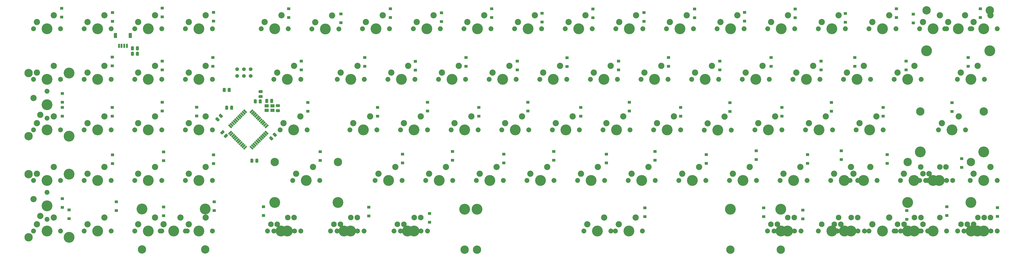
<source format=gbs>
G04 #@! TF.GenerationSoftware,KiCad,Pcbnew,(5.1.4)-1*
G04 #@! TF.CreationDate,2020-09-27T05:36:18-04:00*
G04 #@! TF.ProjectId,southpaw daughter board,736f7574-6870-4617-9720-646175676874,rev?*
G04 #@! TF.SameCoordinates,Original*
G04 #@! TF.FileFunction,Soldermask,Bot*
G04 #@! TF.FilePolarity,Negative*
%FSLAX46Y46*%
G04 Gerber Fmt 4.6, Leading zero omitted, Abs format (unit mm)*
G04 Created by KiCad (PCBNEW (5.1.4)-1) date 2020-09-27 05:36:18*
%MOMM*%
%LPD*%
G04 APERTURE LIST*
%ADD10C,1.850000*%
%ADD11C,2.100000*%
%ADD12C,4.087800*%
%ADD13C,2.350000*%
%ADD14C,3.148000*%
%ADD15R,1.300000X1.900000*%
%ADD16R,0.700000X1.650000*%
%ADD17R,1.300000X1.000000*%
%ADD18R,1.500000X1.300000*%
%ADD19C,0.100000*%
%ADD20C,1.075000*%
%ADD21C,1.408000*%
%ADD22C,0.650000*%
G04 APERTURE END LIST*
D10*
G04 #@! TO.C,MX51*
X256690000Y6360000D03*
X246530000Y6360000D03*
D11*
X247800000Y8900000D03*
D12*
X251610000Y6360000D03*
D11*
X254150000Y11440000D03*
G04 #@! TD*
D13*
G04 #@! TO.C,MX19*
X35191000Y87630000D03*
D12*
X32651000Y82550000D03*
D13*
X28841000Y85090000D03*
D10*
X27571000Y82550000D03*
X37731000Y82550000D03*
G04 #@! TD*
D13*
G04 #@! TO.C,MX13*
X25640000Y11480000D03*
D12*
X23100000Y6400000D03*
D13*
X19290000Y8940000D03*
D10*
X18020000Y6400000D03*
X28180000Y6400000D03*
D14*
X11193750Y-585000D03*
X35006250Y-585000D03*
D12*
X11193750Y14655000D03*
X35006250Y14655000D03*
G04 #@! TD*
D11*
G04 #@! TO.C,MX29*
X68453000Y11430000D03*
D12*
X65913000Y6350000D03*
D11*
X62103000Y8890000D03*
D10*
X60833000Y6350000D03*
X70993000Y6350000D03*
G04 #@! TD*
D11*
G04 #@! TO.C,MX24*
X66040000Y11430000D03*
D12*
X63500000Y6350000D03*
D11*
X59690000Y8890000D03*
D10*
X58420000Y6350000D03*
X68580000Y6350000D03*
G04 #@! TD*
D13*
G04 #@! TO.C,MX14*
X16141000Y87630000D03*
D12*
X13601000Y82550000D03*
D13*
X9791000Y85090000D03*
D10*
X8521000Y82550000D03*
X18681000Y82550000D03*
G04 #@! TD*
D15*
G04 #@! TO.C,J2*
X6825200Y79999000D03*
X1225200Y79999000D03*
D16*
X2525200Y76124000D03*
X3525200Y76124000D03*
X5525200Y76124000D03*
X4525200Y76124000D03*
G04 #@! TD*
D17*
G04 #@! TO.C,D44*
X259842000Y10924000D03*
X259842000Y14224000D03*
G04 #@! TD*
D11*
G04 #@! TO.C,MX101*
X273280000Y11470000D03*
D12*
X270740000Y6390000D03*
D11*
X266930000Y8930000D03*
D10*
X265660000Y6390000D03*
X275820000Y6390000D03*
G04 #@! TD*
D13*
G04 #@! TO.C,MX60*
X185120100Y11445000D03*
D12*
X182580100Y6365000D03*
D13*
X178770100Y8905000D03*
D10*
X177500100Y6365000D03*
X187660100Y6365000D03*
D14*
X132580200Y-620000D03*
X232580000Y-620000D03*
D12*
X132580200Y14620000D03*
X232580000Y14620000D03*
G04 #@! TD*
D13*
G04 #@! TO.C,MX61*
X196977000Y11430000D03*
D12*
X194437000Y6350000D03*
D13*
X190627000Y8890000D03*
D10*
X189357000Y6350000D03*
X199517000Y6350000D03*
D14*
X137287000Y-635000D03*
X251587000Y-635000D03*
D12*
X137287000Y14605000D03*
X251587000Y14605000D03*
G04 #@! TD*
D13*
G04 #@! TO.C,MX98*
X318535192Y49549869D03*
D12*
X315995192Y44469869D03*
D13*
X312185192Y47009869D03*
D10*
X310915192Y44469869D03*
X321075192Y44469869D03*
D14*
X304088942Y51454869D03*
X327901442Y51454869D03*
D12*
X304088942Y36214869D03*
X327901442Y36214869D03*
G04 #@! TD*
D17*
G04 #@! TO.C,D65*
X251968000Y49658000D03*
X251968000Y52958000D03*
G04 #@! TD*
G04 #@! TO.C,D60*
X232461861Y51448214D03*
X232461861Y54748214D03*
G04 #@! TD*
D13*
G04 #@! TO.C,MX68*
X230381206Y49494246D03*
D12*
X227841206Y44414246D03*
D13*
X224031206Y46954246D03*
D10*
X222761206Y44414246D03*
X232921206Y44414246D03*
G04 #@! TD*
D17*
G04 #@! TO.C,D6*
X100000Y85350000D03*
X100000Y88650000D03*
G04 #@! TD*
D13*
G04 #@! TO.C,MX38*
X101820341Y87629283D03*
D12*
X99280341Y82549283D03*
D13*
X95470341Y85089283D03*
D10*
X94200341Y82549283D03*
X104360341Y82549283D03*
G04 #@! TD*
D13*
G04 #@! TO.C,MX56*
X178054000Y87630000D03*
D12*
X175514000Y82550000D03*
D13*
X171704000Y85090000D03*
D10*
X170434000Y82550000D03*
X180594000Y82550000D03*
G04 #@! TD*
G04 #@! TO.C,MX93*
X306820000Y6410000D03*
X296660000Y6410000D03*
D11*
X297930000Y8950000D03*
D12*
X301740000Y6410000D03*
D11*
X304280000Y11490000D03*
G04 #@! TD*
D10*
G04 #@! TO.C,MX88*
X313920000Y6380000D03*
X303760000Y6380000D03*
D11*
X305030000Y8920000D03*
D12*
X308840000Y6380000D03*
D11*
X311380000Y11460000D03*
G04 #@! TD*
D10*
G04 #@! TO.C,MX104*
X304420000Y6340000D03*
X294260000Y6340000D03*
D11*
X295530000Y8880000D03*
D12*
X299340000Y6340000D03*
D11*
X301880000Y11420000D03*
G04 #@! TD*
D13*
G04 #@! TO.C,MX28*
X285242000Y30480000D03*
D12*
X282702000Y25400000D03*
D13*
X278892000Y27940000D03*
D10*
X277622000Y25400000D03*
X287782000Y25400000D03*
G04 #@! TD*
D13*
G04 #@! TO.C,MX12*
X-2909000Y11430000D03*
D12*
X-5449000Y6350000D03*
D13*
X-9259000Y8890000D03*
D10*
X-10529000Y6350000D03*
X-369000Y6350000D03*
G04 #@! TD*
D13*
G04 #@! TO.C,MX97*
X325664788Y68599096D03*
D12*
X323124788Y63519096D03*
D13*
X319314788Y66059096D03*
D10*
X318044788Y63519096D03*
X328204788Y63519096D03*
G04 #@! TD*
D11*
G04 #@! TO.C,MX81*
X280500000Y11490000D03*
D12*
X277960000Y6410000D03*
D11*
X274150000Y8950000D03*
D10*
X272880000Y6410000D03*
X283040000Y6410000D03*
G04 #@! TD*
D18*
G04 #@! TO.C,Y1*
X60332800Y53555000D03*
X58132800Y53555000D03*
X58132800Y51855000D03*
X60332800Y51855000D03*
G04 #@! TD*
D19*
G04 #@! TO.C,R6*
G36*
X52824592Y33641706D02*
G01*
X52850681Y33637836D01*
X52876264Y33631428D01*
X52901096Y33622543D01*
X52924938Y33611266D01*
X52947560Y33597707D01*
X52968743Y33581997D01*
X52988285Y33564285D01*
X53005997Y33544743D01*
X53021707Y33523560D01*
X53035266Y33500938D01*
X53046543Y33477096D01*
X53055428Y33452264D01*
X53061836Y33426681D01*
X53065706Y33400592D01*
X53067000Y33374250D01*
X53067000Y32411750D01*
X53065706Y32385408D01*
X53061836Y32359319D01*
X53055428Y32333736D01*
X53046543Y32308904D01*
X53035266Y32285062D01*
X53021707Y32262440D01*
X53005997Y32241257D01*
X52988285Y32221715D01*
X52968743Y32204003D01*
X52947560Y32188293D01*
X52924938Y32174734D01*
X52901096Y32163457D01*
X52876264Y32154572D01*
X52850681Y32148164D01*
X52824592Y32144294D01*
X52798250Y32143000D01*
X52260750Y32143000D01*
X52234408Y32144294D01*
X52208319Y32148164D01*
X52182736Y32154572D01*
X52157904Y32163457D01*
X52134062Y32174734D01*
X52111440Y32188293D01*
X52090257Y32204003D01*
X52070715Y32221715D01*
X52053003Y32241257D01*
X52037293Y32262440D01*
X52023734Y32285062D01*
X52012457Y32308904D01*
X52003572Y32333736D01*
X51997164Y32359319D01*
X51993294Y32385408D01*
X51992000Y32411750D01*
X51992000Y33374250D01*
X51993294Y33400592D01*
X51997164Y33426681D01*
X52003572Y33452264D01*
X52012457Y33477096D01*
X52023734Y33500938D01*
X52037293Y33523560D01*
X52053003Y33544743D01*
X52070715Y33564285D01*
X52090257Y33581997D01*
X52111440Y33597707D01*
X52134062Y33611266D01*
X52157904Y33622543D01*
X52182736Y33631428D01*
X52208319Y33637836D01*
X52234408Y33641706D01*
X52260750Y33643000D01*
X52798250Y33643000D01*
X52824592Y33641706D01*
X52824592Y33641706D01*
G37*
D20*
X52529500Y32893000D03*
D19*
G36*
X54699592Y33641706D02*
G01*
X54725681Y33637836D01*
X54751264Y33631428D01*
X54776096Y33622543D01*
X54799938Y33611266D01*
X54822560Y33597707D01*
X54843743Y33581997D01*
X54863285Y33564285D01*
X54880997Y33544743D01*
X54896707Y33523560D01*
X54910266Y33500938D01*
X54921543Y33477096D01*
X54930428Y33452264D01*
X54936836Y33426681D01*
X54940706Y33400592D01*
X54942000Y33374250D01*
X54942000Y32411750D01*
X54940706Y32385408D01*
X54936836Y32359319D01*
X54930428Y32333736D01*
X54921543Y32308904D01*
X54910266Y32285062D01*
X54896707Y32262440D01*
X54880997Y32241257D01*
X54863285Y32221715D01*
X54843743Y32204003D01*
X54822560Y32188293D01*
X54799938Y32174734D01*
X54776096Y32163457D01*
X54751264Y32154572D01*
X54725681Y32148164D01*
X54699592Y32144294D01*
X54673250Y32143000D01*
X54135750Y32143000D01*
X54109408Y32144294D01*
X54083319Y32148164D01*
X54057736Y32154572D01*
X54032904Y32163457D01*
X54009062Y32174734D01*
X53986440Y32188293D01*
X53965257Y32204003D01*
X53945715Y32221715D01*
X53928003Y32241257D01*
X53912293Y32262440D01*
X53898734Y32285062D01*
X53887457Y32308904D01*
X53878572Y32333736D01*
X53872164Y32359319D01*
X53868294Y32385408D01*
X53867000Y32411750D01*
X53867000Y33374250D01*
X53868294Y33400592D01*
X53872164Y33426681D01*
X53878572Y33452264D01*
X53887457Y33477096D01*
X53898734Y33500938D01*
X53912293Y33523560D01*
X53928003Y33544743D01*
X53945715Y33564285D01*
X53965257Y33581997D01*
X53986440Y33597707D01*
X54009062Y33611266D01*
X54032904Y33622543D01*
X54057736Y33631428D01*
X54083319Y33637836D01*
X54109408Y33641706D01*
X54135750Y33643000D01*
X54673250Y33643000D01*
X54699592Y33641706D01*
X54699592Y33641706D01*
G37*
D20*
X54404500Y32893000D03*
G04 #@! TD*
D19*
G04 #@! TO.C,R3*
G36*
X7901692Y73900706D02*
G01*
X7927781Y73896836D01*
X7953364Y73890428D01*
X7978196Y73881543D01*
X8002038Y73870266D01*
X8024660Y73856707D01*
X8045843Y73840997D01*
X8065385Y73823285D01*
X8083097Y73803743D01*
X8098807Y73782560D01*
X8112366Y73759938D01*
X8123643Y73736096D01*
X8132528Y73711264D01*
X8138936Y73685681D01*
X8142806Y73659592D01*
X8144100Y73633250D01*
X8144100Y72670750D01*
X8142806Y72644408D01*
X8138936Y72618319D01*
X8132528Y72592736D01*
X8123643Y72567904D01*
X8112366Y72544062D01*
X8098807Y72521440D01*
X8083097Y72500257D01*
X8065385Y72480715D01*
X8045843Y72463003D01*
X8024660Y72447293D01*
X8002038Y72433734D01*
X7978196Y72422457D01*
X7953364Y72413572D01*
X7927781Y72407164D01*
X7901692Y72403294D01*
X7875350Y72402000D01*
X7337850Y72402000D01*
X7311508Y72403294D01*
X7285419Y72407164D01*
X7259836Y72413572D01*
X7235004Y72422457D01*
X7211162Y72433734D01*
X7188540Y72447293D01*
X7167357Y72463003D01*
X7147815Y72480715D01*
X7130103Y72500257D01*
X7114393Y72521440D01*
X7100834Y72544062D01*
X7089557Y72567904D01*
X7080672Y72592736D01*
X7074264Y72618319D01*
X7070394Y72644408D01*
X7069100Y72670750D01*
X7069100Y73633250D01*
X7070394Y73659592D01*
X7074264Y73685681D01*
X7080672Y73711264D01*
X7089557Y73736096D01*
X7100834Y73759938D01*
X7114393Y73782560D01*
X7130103Y73803743D01*
X7147815Y73823285D01*
X7167357Y73840997D01*
X7188540Y73856707D01*
X7211162Y73870266D01*
X7235004Y73881543D01*
X7259836Y73890428D01*
X7285419Y73896836D01*
X7311508Y73900706D01*
X7337850Y73902000D01*
X7875350Y73902000D01*
X7901692Y73900706D01*
X7901692Y73900706D01*
G37*
D20*
X7606600Y73152000D03*
D19*
G36*
X9776692Y73900706D02*
G01*
X9802781Y73896836D01*
X9828364Y73890428D01*
X9853196Y73881543D01*
X9877038Y73870266D01*
X9899660Y73856707D01*
X9920843Y73840997D01*
X9940385Y73823285D01*
X9958097Y73803743D01*
X9973807Y73782560D01*
X9987366Y73759938D01*
X9998643Y73736096D01*
X10007528Y73711264D01*
X10013936Y73685681D01*
X10017806Y73659592D01*
X10019100Y73633250D01*
X10019100Y72670750D01*
X10017806Y72644408D01*
X10013936Y72618319D01*
X10007528Y72592736D01*
X9998643Y72567904D01*
X9987366Y72544062D01*
X9973807Y72521440D01*
X9958097Y72500257D01*
X9940385Y72480715D01*
X9920843Y72463003D01*
X9899660Y72447293D01*
X9877038Y72433734D01*
X9853196Y72422457D01*
X9828364Y72413572D01*
X9802781Y72407164D01*
X9776692Y72403294D01*
X9750350Y72402000D01*
X9212850Y72402000D01*
X9186508Y72403294D01*
X9160419Y72407164D01*
X9134836Y72413572D01*
X9110004Y72422457D01*
X9086162Y72433734D01*
X9063540Y72447293D01*
X9042357Y72463003D01*
X9022815Y72480715D01*
X9005103Y72500257D01*
X8989393Y72521440D01*
X8975834Y72544062D01*
X8964557Y72567904D01*
X8955672Y72592736D01*
X8949264Y72618319D01*
X8945394Y72644408D01*
X8944100Y72670750D01*
X8944100Y73633250D01*
X8945394Y73659592D01*
X8949264Y73685681D01*
X8955672Y73711264D01*
X8964557Y73736096D01*
X8975834Y73759938D01*
X8989393Y73782560D01*
X9005103Y73803743D01*
X9022815Y73823285D01*
X9042357Y73840997D01*
X9063540Y73856707D01*
X9086162Y73870266D01*
X9110004Y73881543D01*
X9134836Y73890428D01*
X9160419Y73896836D01*
X9186508Y73900706D01*
X9212850Y73902000D01*
X9750350Y73902000D01*
X9776692Y73900706D01*
X9776692Y73900706D01*
G37*
D20*
X9481600Y73152000D03*
G04 #@! TD*
D19*
G04 #@! TO.C,R2*
G36*
X7901692Y75958106D02*
G01*
X7927781Y75954236D01*
X7953364Y75947828D01*
X7978196Y75938943D01*
X8002038Y75927666D01*
X8024660Y75914107D01*
X8045843Y75898397D01*
X8065385Y75880685D01*
X8083097Y75861143D01*
X8098807Y75839960D01*
X8112366Y75817338D01*
X8123643Y75793496D01*
X8132528Y75768664D01*
X8138936Y75743081D01*
X8142806Y75716992D01*
X8144100Y75690650D01*
X8144100Y74728150D01*
X8142806Y74701808D01*
X8138936Y74675719D01*
X8132528Y74650136D01*
X8123643Y74625304D01*
X8112366Y74601462D01*
X8098807Y74578840D01*
X8083097Y74557657D01*
X8065385Y74538115D01*
X8045843Y74520403D01*
X8024660Y74504693D01*
X8002038Y74491134D01*
X7978196Y74479857D01*
X7953364Y74470972D01*
X7927781Y74464564D01*
X7901692Y74460694D01*
X7875350Y74459400D01*
X7337850Y74459400D01*
X7311508Y74460694D01*
X7285419Y74464564D01*
X7259836Y74470972D01*
X7235004Y74479857D01*
X7211162Y74491134D01*
X7188540Y74504693D01*
X7167357Y74520403D01*
X7147815Y74538115D01*
X7130103Y74557657D01*
X7114393Y74578840D01*
X7100834Y74601462D01*
X7089557Y74625304D01*
X7080672Y74650136D01*
X7074264Y74675719D01*
X7070394Y74701808D01*
X7069100Y74728150D01*
X7069100Y75690650D01*
X7070394Y75716992D01*
X7074264Y75743081D01*
X7080672Y75768664D01*
X7089557Y75793496D01*
X7100834Y75817338D01*
X7114393Y75839960D01*
X7130103Y75861143D01*
X7147815Y75880685D01*
X7167357Y75898397D01*
X7188540Y75914107D01*
X7211162Y75927666D01*
X7235004Y75938943D01*
X7259836Y75947828D01*
X7285419Y75954236D01*
X7311508Y75958106D01*
X7337850Y75959400D01*
X7875350Y75959400D01*
X7901692Y75958106D01*
X7901692Y75958106D01*
G37*
D20*
X7606600Y75209400D03*
D19*
G36*
X9776692Y75958106D02*
G01*
X9802781Y75954236D01*
X9828364Y75947828D01*
X9853196Y75938943D01*
X9877038Y75927666D01*
X9899660Y75914107D01*
X9920843Y75898397D01*
X9940385Y75880685D01*
X9958097Y75861143D01*
X9973807Y75839960D01*
X9987366Y75817338D01*
X9998643Y75793496D01*
X10007528Y75768664D01*
X10013936Y75743081D01*
X10017806Y75716992D01*
X10019100Y75690650D01*
X10019100Y74728150D01*
X10017806Y74701808D01*
X10013936Y74675719D01*
X10007528Y74650136D01*
X9998643Y74625304D01*
X9987366Y74601462D01*
X9973807Y74578840D01*
X9958097Y74557657D01*
X9940385Y74538115D01*
X9920843Y74520403D01*
X9899660Y74504693D01*
X9877038Y74491134D01*
X9853196Y74479857D01*
X9828364Y74470972D01*
X9802781Y74464564D01*
X9776692Y74460694D01*
X9750350Y74459400D01*
X9212850Y74459400D01*
X9186508Y74460694D01*
X9160419Y74464564D01*
X9134836Y74470972D01*
X9110004Y74479857D01*
X9086162Y74491134D01*
X9063540Y74504693D01*
X9042357Y74520403D01*
X9022815Y74538115D01*
X9005103Y74557657D01*
X8989393Y74578840D01*
X8975834Y74601462D01*
X8964557Y74625304D01*
X8955672Y74650136D01*
X8949264Y74675719D01*
X8945394Y74701808D01*
X8944100Y74728150D01*
X8944100Y75690650D01*
X8945394Y75716992D01*
X8949264Y75743081D01*
X8955672Y75768664D01*
X8964557Y75793496D01*
X8975834Y75817338D01*
X8989393Y75839960D01*
X9005103Y75861143D01*
X9022815Y75880685D01*
X9042357Y75898397D01*
X9063540Y75914107D01*
X9086162Y75927666D01*
X9110004Y75938943D01*
X9134836Y75947828D01*
X9160419Y75954236D01*
X9186508Y75958106D01*
X9212850Y75959400D01*
X9750350Y75959400D01*
X9776692Y75958106D01*
X9776692Y75958106D01*
G37*
D20*
X9481600Y75209400D03*
G04 #@! TD*
D19*
G04 #@! TO.C,R1*
G36*
X56336792Y59434206D02*
G01*
X56362881Y59430336D01*
X56388464Y59423928D01*
X56413296Y59415043D01*
X56437138Y59403766D01*
X56459760Y59390207D01*
X56480943Y59374497D01*
X56500485Y59356785D01*
X56518197Y59337243D01*
X56533907Y59316060D01*
X56547466Y59293438D01*
X56558743Y59269596D01*
X56567628Y59244764D01*
X56574036Y59219181D01*
X56577906Y59193092D01*
X56579200Y59166750D01*
X56579200Y58629250D01*
X56577906Y58602908D01*
X56574036Y58576819D01*
X56567628Y58551236D01*
X56558743Y58526404D01*
X56547466Y58502562D01*
X56533907Y58479940D01*
X56518197Y58458757D01*
X56500485Y58439215D01*
X56480943Y58421503D01*
X56459760Y58405793D01*
X56437138Y58392234D01*
X56413296Y58380957D01*
X56388464Y58372072D01*
X56362881Y58365664D01*
X56336792Y58361794D01*
X56310450Y58360500D01*
X55347950Y58360500D01*
X55321608Y58361794D01*
X55295519Y58365664D01*
X55269936Y58372072D01*
X55245104Y58380957D01*
X55221262Y58392234D01*
X55198640Y58405793D01*
X55177457Y58421503D01*
X55157915Y58439215D01*
X55140203Y58458757D01*
X55124493Y58479940D01*
X55110934Y58502562D01*
X55099657Y58526404D01*
X55090772Y58551236D01*
X55084364Y58576819D01*
X55080494Y58602908D01*
X55079200Y58629250D01*
X55079200Y59166750D01*
X55080494Y59193092D01*
X55084364Y59219181D01*
X55090772Y59244764D01*
X55099657Y59269596D01*
X55110934Y59293438D01*
X55124493Y59316060D01*
X55140203Y59337243D01*
X55157915Y59356785D01*
X55177457Y59374497D01*
X55198640Y59390207D01*
X55221262Y59403766D01*
X55245104Y59415043D01*
X55269936Y59423928D01*
X55295519Y59430336D01*
X55321608Y59434206D01*
X55347950Y59435500D01*
X56310450Y59435500D01*
X56336792Y59434206D01*
X56336792Y59434206D01*
G37*
D20*
X55829200Y58898000D03*
D19*
G36*
X56336792Y57559206D02*
G01*
X56362881Y57555336D01*
X56388464Y57548928D01*
X56413296Y57540043D01*
X56437138Y57528766D01*
X56459760Y57515207D01*
X56480943Y57499497D01*
X56500485Y57481785D01*
X56518197Y57462243D01*
X56533907Y57441060D01*
X56547466Y57418438D01*
X56558743Y57394596D01*
X56567628Y57369764D01*
X56574036Y57344181D01*
X56577906Y57318092D01*
X56579200Y57291750D01*
X56579200Y56754250D01*
X56577906Y56727908D01*
X56574036Y56701819D01*
X56567628Y56676236D01*
X56558743Y56651404D01*
X56547466Y56627562D01*
X56533907Y56604940D01*
X56518197Y56583757D01*
X56500485Y56564215D01*
X56480943Y56546503D01*
X56459760Y56530793D01*
X56437138Y56517234D01*
X56413296Y56505957D01*
X56388464Y56497072D01*
X56362881Y56490664D01*
X56336792Y56486794D01*
X56310450Y56485500D01*
X55347950Y56485500D01*
X55321608Y56486794D01*
X55295519Y56490664D01*
X55269936Y56497072D01*
X55245104Y56505957D01*
X55221262Y56517234D01*
X55198640Y56530793D01*
X55177457Y56546503D01*
X55157915Y56564215D01*
X55140203Y56583757D01*
X55124493Y56604940D01*
X55110934Y56627562D01*
X55099657Y56651404D01*
X55090772Y56676236D01*
X55084364Y56701819D01*
X55080494Y56727908D01*
X55079200Y56754250D01*
X55079200Y57291750D01*
X55080494Y57318092D01*
X55084364Y57344181D01*
X55090772Y57369764D01*
X55099657Y57394596D01*
X55110934Y57418438D01*
X55124493Y57441060D01*
X55140203Y57462243D01*
X55157915Y57481785D01*
X55177457Y57499497D01*
X55198640Y57515207D01*
X55221262Y57528766D01*
X55245104Y57540043D01*
X55269936Y57548928D01*
X55295519Y57555336D01*
X55321608Y57559206D01*
X55347950Y57560500D01*
X56310450Y57560500D01*
X56336792Y57559206D01*
X56336792Y57559206D01*
G37*
D20*
X55829200Y57023000D03*
G04 #@! TD*
D21*
G04 #@! TO.C,J1*
X52070000Y64770000D03*
X52070000Y67310000D03*
X46990000Y67310000D03*
X46990000Y64770000D03*
X49530000Y67310000D03*
X49530000Y64770000D03*
G04 #@! TD*
D19*
G04 #@! TO.C,C8*
G36*
X61054495Y43434199D02*
G01*
X61080584Y43430329D01*
X61106167Y43423921D01*
X61130999Y43415036D01*
X61154841Y43403759D01*
X61177463Y43390200D01*
X61198646Y43374490D01*
X61218188Y43356778D01*
X61898778Y42676188D01*
X61916490Y42656646D01*
X61932200Y42635463D01*
X61945759Y42612841D01*
X61957036Y42588999D01*
X61965921Y42564167D01*
X61972329Y42538584D01*
X61976199Y42512495D01*
X61977493Y42486153D01*
X61976199Y42459811D01*
X61972329Y42433722D01*
X61965921Y42408139D01*
X61957036Y42383307D01*
X61945759Y42359465D01*
X61932200Y42336843D01*
X61916490Y42315660D01*
X61898778Y42296118D01*
X61518708Y41916048D01*
X61499166Y41898336D01*
X61477983Y41882626D01*
X61455361Y41869067D01*
X61431519Y41857790D01*
X61406687Y41848905D01*
X61381104Y41842497D01*
X61355015Y41838627D01*
X61328673Y41837333D01*
X61302331Y41838627D01*
X61276242Y41842497D01*
X61250659Y41848905D01*
X61225827Y41857790D01*
X61201985Y41869067D01*
X61179363Y41882626D01*
X61158180Y41898336D01*
X61138638Y41916048D01*
X60458048Y42596638D01*
X60440336Y42616180D01*
X60424626Y42637363D01*
X60411067Y42659985D01*
X60399790Y42683827D01*
X60390905Y42708659D01*
X60384497Y42734242D01*
X60380627Y42760331D01*
X60379333Y42786673D01*
X60380627Y42813015D01*
X60384497Y42839104D01*
X60390905Y42864687D01*
X60399790Y42889519D01*
X60411067Y42913361D01*
X60424626Y42935983D01*
X60440336Y42957166D01*
X60458048Y42976708D01*
X60838118Y43356778D01*
X60857660Y43374490D01*
X60878843Y43390200D01*
X60901465Y43403759D01*
X60925307Y43415036D01*
X60950139Y43423921D01*
X60975722Y43430329D01*
X61001811Y43434199D01*
X61028153Y43435493D01*
X61054495Y43434199D01*
X61054495Y43434199D01*
G37*
D20*
X61178413Y42636413D03*
D19*
G36*
X59728669Y42108373D02*
G01*
X59754758Y42104503D01*
X59780341Y42098095D01*
X59805173Y42089210D01*
X59829015Y42077933D01*
X59851637Y42064374D01*
X59872820Y42048664D01*
X59892362Y42030952D01*
X60572952Y41350362D01*
X60590664Y41330820D01*
X60606374Y41309637D01*
X60619933Y41287015D01*
X60631210Y41263173D01*
X60640095Y41238341D01*
X60646503Y41212758D01*
X60650373Y41186669D01*
X60651667Y41160327D01*
X60650373Y41133985D01*
X60646503Y41107896D01*
X60640095Y41082313D01*
X60631210Y41057481D01*
X60619933Y41033639D01*
X60606374Y41011017D01*
X60590664Y40989834D01*
X60572952Y40970292D01*
X60192882Y40590222D01*
X60173340Y40572510D01*
X60152157Y40556800D01*
X60129535Y40543241D01*
X60105693Y40531964D01*
X60080861Y40523079D01*
X60055278Y40516671D01*
X60029189Y40512801D01*
X60002847Y40511507D01*
X59976505Y40512801D01*
X59950416Y40516671D01*
X59924833Y40523079D01*
X59900001Y40531964D01*
X59876159Y40543241D01*
X59853537Y40556800D01*
X59832354Y40572510D01*
X59812812Y40590222D01*
X59132222Y41270812D01*
X59114510Y41290354D01*
X59098800Y41311537D01*
X59085241Y41334159D01*
X59073964Y41358001D01*
X59065079Y41382833D01*
X59058671Y41408416D01*
X59054801Y41434505D01*
X59053507Y41460847D01*
X59054801Y41487189D01*
X59058671Y41513278D01*
X59065079Y41538861D01*
X59073964Y41563693D01*
X59085241Y41587535D01*
X59098800Y41610157D01*
X59114510Y41631340D01*
X59132222Y41650882D01*
X59512292Y42030952D01*
X59531834Y42048664D01*
X59553017Y42064374D01*
X59575639Y42077933D01*
X59599481Y42089210D01*
X59624313Y42098095D01*
X59649896Y42104503D01*
X59675985Y42108373D01*
X59702327Y42109667D01*
X59728669Y42108373D01*
X59728669Y42108373D01*
G37*
D20*
X59852587Y41310587D03*
G04 #@! TD*
D19*
G04 #@! TO.C,C7*
G36*
X45223092Y53580706D02*
G01*
X45249181Y53576836D01*
X45274764Y53570428D01*
X45299596Y53561543D01*
X45323438Y53550266D01*
X45346060Y53536707D01*
X45367243Y53520997D01*
X45386785Y53503285D01*
X45404497Y53483743D01*
X45420207Y53462560D01*
X45433766Y53439938D01*
X45445043Y53416096D01*
X45453928Y53391264D01*
X45460336Y53365681D01*
X45464206Y53339592D01*
X45465500Y53313250D01*
X45465500Y52350750D01*
X45464206Y52324408D01*
X45460336Y52298319D01*
X45453928Y52272736D01*
X45445043Y52247904D01*
X45433766Y52224062D01*
X45420207Y52201440D01*
X45404497Y52180257D01*
X45386785Y52160715D01*
X45367243Y52143003D01*
X45346060Y52127293D01*
X45323438Y52113734D01*
X45299596Y52102457D01*
X45274764Y52093572D01*
X45249181Y52087164D01*
X45223092Y52083294D01*
X45196750Y52082000D01*
X44659250Y52082000D01*
X44632908Y52083294D01*
X44606819Y52087164D01*
X44581236Y52093572D01*
X44556404Y52102457D01*
X44532562Y52113734D01*
X44509940Y52127293D01*
X44488757Y52143003D01*
X44469215Y52160715D01*
X44451503Y52180257D01*
X44435793Y52201440D01*
X44422234Y52224062D01*
X44410957Y52247904D01*
X44402072Y52272736D01*
X44395664Y52298319D01*
X44391794Y52324408D01*
X44390500Y52350750D01*
X44390500Y53313250D01*
X44391794Y53339592D01*
X44395664Y53365681D01*
X44402072Y53391264D01*
X44410957Y53416096D01*
X44422234Y53439938D01*
X44435793Y53462560D01*
X44451503Y53483743D01*
X44469215Y53503285D01*
X44488757Y53520997D01*
X44509940Y53536707D01*
X44532562Y53550266D01*
X44556404Y53561543D01*
X44581236Y53570428D01*
X44606819Y53576836D01*
X44632908Y53580706D01*
X44659250Y53582000D01*
X45196750Y53582000D01*
X45223092Y53580706D01*
X45223092Y53580706D01*
G37*
D20*
X44928000Y52832000D03*
D19*
G36*
X43348092Y53580706D02*
G01*
X43374181Y53576836D01*
X43399764Y53570428D01*
X43424596Y53561543D01*
X43448438Y53550266D01*
X43471060Y53536707D01*
X43492243Y53520997D01*
X43511785Y53503285D01*
X43529497Y53483743D01*
X43545207Y53462560D01*
X43558766Y53439938D01*
X43570043Y53416096D01*
X43578928Y53391264D01*
X43585336Y53365681D01*
X43589206Y53339592D01*
X43590500Y53313250D01*
X43590500Y52350750D01*
X43589206Y52324408D01*
X43585336Y52298319D01*
X43578928Y52272736D01*
X43570043Y52247904D01*
X43558766Y52224062D01*
X43545207Y52201440D01*
X43529497Y52180257D01*
X43511785Y52160715D01*
X43492243Y52143003D01*
X43471060Y52127293D01*
X43448438Y52113734D01*
X43424596Y52102457D01*
X43399764Y52093572D01*
X43374181Y52087164D01*
X43348092Y52083294D01*
X43321750Y52082000D01*
X42784250Y52082000D01*
X42757908Y52083294D01*
X42731819Y52087164D01*
X42706236Y52093572D01*
X42681404Y52102457D01*
X42657562Y52113734D01*
X42634940Y52127293D01*
X42613757Y52143003D01*
X42594215Y52160715D01*
X42576503Y52180257D01*
X42560793Y52201440D01*
X42547234Y52224062D01*
X42535957Y52247904D01*
X42527072Y52272736D01*
X42520664Y52298319D01*
X42516794Y52324408D01*
X42515500Y52350750D01*
X42515500Y53313250D01*
X42516794Y53339592D01*
X42520664Y53365681D01*
X42527072Y53391264D01*
X42535957Y53416096D01*
X42547234Y53439938D01*
X42560793Y53462560D01*
X42576503Y53483743D01*
X42594215Y53503285D01*
X42613757Y53520997D01*
X42634940Y53536707D01*
X42657562Y53550266D01*
X42681404Y53561543D01*
X42706236Y53570428D01*
X42731819Y53576836D01*
X42757908Y53580706D01*
X42784250Y53582000D01*
X43321750Y53582000D01*
X43348092Y53580706D01*
X43348092Y53580706D01*
G37*
D20*
X43053000Y52832000D03*
G04 #@! TD*
D19*
G04 #@! TO.C,C6*
G36*
X44313505Y60276119D02*
G01*
X44339594Y60272249D01*
X44365177Y60265841D01*
X44390009Y60256956D01*
X44413851Y60245679D01*
X44436473Y60232120D01*
X44457656Y60216410D01*
X44477198Y60198698D01*
X44494910Y60179156D01*
X44510620Y60157973D01*
X44524179Y60135351D01*
X44535456Y60111509D01*
X44544341Y60086677D01*
X44550749Y60061094D01*
X44554619Y60035005D01*
X44555913Y60008663D01*
X44555913Y59046163D01*
X44554619Y59019821D01*
X44550749Y58993732D01*
X44544341Y58968149D01*
X44535456Y58943317D01*
X44524179Y58919475D01*
X44510620Y58896853D01*
X44494910Y58875670D01*
X44477198Y58856128D01*
X44457656Y58838416D01*
X44436473Y58822706D01*
X44413851Y58809147D01*
X44390009Y58797870D01*
X44365177Y58788985D01*
X44339594Y58782577D01*
X44313505Y58778707D01*
X44287163Y58777413D01*
X43749663Y58777413D01*
X43723321Y58778707D01*
X43697232Y58782577D01*
X43671649Y58788985D01*
X43646817Y58797870D01*
X43622975Y58809147D01*
X43600353Y58822706D01*
X43579170Y58838416D01*
X43559628Y58856128D01*
X43541916Y58875670D01*
X43526206Y58896853D01*
X43512647Y58919475D01*
X43501370Y58943317D01*
X43492485Y58968149D01*
X43486077Y58993732D01*
X43482207Y59019821D01*
X43480913Y59046163D01*
X43480913Y60008663D01*
X43482207Y60035005D01*
X43486077Y60061094D01*
X43492485Y60086677D01*
X43501370Y60111509D01*
X43512647Y60135351D01*
X43526206Y60157973D01*
X43541916Y60179156D01*
X43559628Y60198698D01*
X43579170Y60216410D01*
X43600353Y60232120D01*
X43622975Y60245679D01*
X43646817Y60256956D01*
X43671649Y60265841D01*
X43697232Y60272249D01*
X43723321Y60276119D01*
X43749663Y60277413D01*
X44287163Y60277413D01*
X44313505Y60276119D01*
X44313505Y60276119D01*
G37*
D20*
X44018413Y59527413D03*
D19*
G36*
X42438505Y60276119D02*
G01*
X42464594Y60272249D01*
X42490177Y60265841D01*
X42515009Y60256956D01*
X42538851Y60245679D01*
X42561473Y60232120D01*
X42582656Y60216410D01*
X42602198Y60198698D01*
X42619910Y60179156D01*
X42635620Y60157973D01*
X42649179Y60135351D01*
X42660456Y60111509D01*
X42669341Y60086677D01*
X42675749Y60061094D01*
X42679619Y60035005D01*
X42680913Y60008663D01*
X42680913Y59046163D01*
X42679619Y59019821D01*
X42675749Y58993732D01*
X42669341Y58968149D01*
X42660456Y58943317D01*
X42649179Y58919475D01*
X42635620Y58896853D01*
X42619910Y58875670D01*
X42602198Y58856128D01*
X42582656Y58838416D01*
X42561473Y58822706D01*
X42538851Y58809147D01*
X42515009Y58797870D01*
X42490177Y58788985D01*
X42464594Y58782577D01*
X42438505Y58778707D01*
X42412163Y58777413D01*
X41874663Y58777413D01*
X41848321Y58778707D01*
X41822232Y58782577D01*
X41796649Y58788985D01*
X41771817Y58797870D01*
X41747975Y58809147D01*
X41725353Y58822706D01*
X41704170Y58838416D01*
X41684628Y58856128D01*
X41666916Y58875670D01*
X41651206Y58896853D01*
X41637647Y58919475D01*
X41626370Y58943317D01*
X41617485Y58968149D01*
X41611077Y58993732D01*
X41607207Y59019821D01*
X41605913Y59046163D01*
X41605913Y60008663D01*
X41607207Y60035005D01*
X41611077Y60061094D01*
X41617485Y60086677D01*
X41626370Y60111509D01*
X41637647Y60135351D01*
X41651206Y60157973D01*
X41666916Y60179156D01*
X41684628Y60198698D01*
X41704170Y60216410D01*
X41725353Y60232120D01*
X41747975Y60245679D01*
X41771817Y60256956D01*
X41796649Y60265841D01*
X41822232Y60272249D01*
X41848321Y60276119D01*
X41874663Y60277413D01*
X42412163Y60277413D01*
X42438505Y60276119D01*
X42438505Y60276119D01*
G37*
D20*
X42143413Y59527413D03*
G04 #@! TD*
D19*
G04 #@! TO.C,C5*
G36*
X58414892Y56146106D02*
G01*
X58440981Y56142236D01*
X58466564Y56135828D01*
X58491396Y56126943D01*
X58515238Y56115666D01*
X58537860Y56102107D01*
X58559043Y56086397D01*
X58578585Y56068685D01*
X58596297Y56049143D01*
X58612007Y56027960D01*
X58625566Y56005338D01*
X58636843Y55981496D01*
X58645728Y55956664D01*
X58652136Y55931081D01*
X58656006Y55904992D01*
X58657300Y55878650D01*
X58657300Y54916150D01*
X58656006Y54889808D01*
X58652136Y54863719D01*
X58645728Y54838136D01*
X58636843Y54813304D01*
X58625566Y54789462D01*
X58612007Y54766840D01*
X58596297Y54745657D01*
X58578585Y54726115D01*
X58559043Y54708403D01*
X58537860Y54692693D01*
X58515238Y54679134D01*
X58491396Y54667857D01*
X58466564Y54658972D01*
X58440981Y54652564D01*
X58414892Y54648694D01*
X58388550Y54647400D01*
X57851050Y54647400D01*
X57824708Y54648694D01*
X57798619Y54652564D01*
X57773036Y54658972D01*
X57748204Y54667857D01*
X57724362Y54679134D01*
X57701740Y54692693D01*
X57680557Y54708403D01*
X57661015Y54726115D01*
X57643303Y54745657D01*
X57627593Y54766840D01*
X57614034Y54789462D01*
X57602757Y54813304D01*
X57593872Y54838136D01*
X57587464Y54863719D01*
X57583594Y54889808D01*
X57582300Y54916150D01*
X57582300Y55878650D01*
X57583594Y55904992D01*
X57587464Y55931081D01*
X57593872Y55956664D01*
X57602757Y55981496D01*
X57614034Y56005338D01*
X57627593Y56027960D01*
X57643303Y56049143D01*
X57661015Y56068685D01*
X57680557Y56086397D01*
X57701740Y56102107D01*
X57724362Y56115666D01*
X57748204Y56126943D01*
X57773036Y56135828D01*
X57798619Y56142236D01*
X57824708Y56146106D01*
X57851050Y56147400D01*
X58388550Y56147400D01*
X58414892Y56146106D01*
X58414892Y56146106D01*
G37*
D20*
X58119800Y55397400D03*
D19*
G36*
X60289892Y56146106D02*
G01*
X60315981Y56142236D01*
X60341564Y56135828D01*
X60366396Y56126943D01*
X60390238Y56115666D01*
X60412860Y56102107D01*
X60434043Y56086397D01*
X60453585Y56068685D01*
X60471297Y56049143D01*
X60487007Y56027960D01*
X60500566Y56005338D01*
X60511843Y55981496D01*
X60520728Y55956664D01*
X60527136Y55931081D01*
X60531006Y55904992D01*
X60532300Y55878650D01*
X60532300Y54916150D01*
X60531006Y54889808D01*
X60527136Y54863719D01*
X60520728Y54838136D01*
X60511843Y54813304D01*
X60500566Y54789462D01*
X60487007Y54766840D01*
X60471297Y54745657D01*
X60453585Y54726115D01*
X60434043Y54708403D01*
X60412860Y54692693D01*
X60390238Y54679134D01*
X60366396Y54667857D01*
X60341564Y54658972D01*
X60315981Y54652564D01*
X60289892Y54648694D01*
X60263550Y54647400D01*
X59726050Y54647400D01*
X59699708Y54648694D01*
X59673619Y54652564D01*
X59648036Y54658972D01*
X59623204Y54667857D01*
X59599362Y54679134D01*
X59576740Y54692693D01*
X59555557Y54708403D01*
X59536015Y54726115D01*
X59518303Y54745657D01*
X59502593Y54766840D01*
X59489034Y54789462D01*
X59477757Y54813304D01*
X59468872Y54838136D01*
X59462464Y54863719D01*
X59458594Y54889808D01*
X59457300Y54916150D01*
X59457300Y55878650D01*
X59458594Y55904992D01*
X59462464Y55931081D01*
X59468872Y55956664D01*
X59477757Y55981496D01*
X59489034Y56005338D01*
X59502593Y56027960D01*
X59518303Y56049143D01*
X59536015Y56068685D01*
X59555557Y56086397D01*
X59576740Y56102107D01*
X59599362Y56115666D01*
X59623204Y56126943D01*
X59648036Y56135828D01*
X59673619Y56142236D01*
X59699708Y56146106D01*
X59726050Y56147400D01*
X60263550Y56147400D01*
X60289892Y56146106D01*
X60289892Y56146106D01*
G37*
D20*
X59994800Y55397400D03*
G04 #@! TD*
D19*
G04 #@! TO.C,C4*
G36*
X62839192Y52280606D02*
G01*
X62865281Y52276736D01*
X62890864Y52270328D01*
X62915696Y52261443D01*
X62939538Y52250166D01*
X62962160Y52236607D01*
X62983343Y52220897D01*
X63002885Y52203185D01*
X63020597Y52183643D01*
X63036307Y52162460D01*
X63049866Y52139838D01*
X63061143Y52115996D01*
X63070028Y52091164D01*
X63076436Y52065581D01*
X63080306Y52039492D01*
X63081600Y52013150D01*
X63081600Y51475650D01*
X63080306Y51449308D01*
X63076436Y51423219D01*
X63070028Y51397636D01*
X63061143Y51372804D01*
X63049866Y51348962D01*
X63036307Y51326340D01*
X63020597Y51305157D01*
X63002885Y51285615D01*
X62983343Y51267903D01*
X62962160Y51252193D01*
X62939538Y51238634D01*
X62915696Y51227357D01*
X62890864Y51218472D01*
X62865281Y51212064D01*
X62839192Y51208194D01*
X62812850Y51206900D01*
X61850350Y51206900D01*
X61824008Y51208194D01*
X61797919Y51212064D01*
X61772336Y51218472D01*
X61747504Y51227357D01*
X61723662Y51238634D01*
X61701040Y51252193D01*
X61679857Y51267903D01*
X61660315Y51285615D01*
X61642603Y51305157D01*
X61626893Y51326340D01*
X61613334Y51348962D01*
X61602057Y51372804D01*
X61593172Y51397636D01*
X61586764Y51423219D01*
X61582894Y51449308D01*
X61581600Y51475650D01*
X61581600Y52013150D01*
X61582894Y52039492D01*
X61586764Y52065581D01*
X61593172Y52091164D01*
X61602057Y52115996D01*
X61613334Y52139838D01*
X61626893Y52162460D01*
X61642603Y52183643D01*
X61660315Y52203185D01*
X61679857Y52220897D01*
X61701040Y52236607D01*
X61723662Y52250166D01*
X61747504Y52261443D01*
X61772336Y52270328D01*
X61797919Y52276736D01*
X61824008Y52280606D01*
X61850350Y52281900D01*
X62812850Y52281900D01*
X62839192Y52280606D01*
X62839192Y52280606D01*
G37*
D20*
X62331600Y51744400D03*
D19*
G36*
X62839192Y54155606D02*
G01*
X62865281Y54151736D01*
X62890864Y54145328D01*
X62915696Y54136443D01*
X62939538Y54125166D01*
X62962160Y54111607D01*
X62983343Y54095897D01*
X63002885Y54078185D01*
X63020597Y54058643D01*
X63036307Y54037460D01*
X63049866Y54014838D01*
X63061143Y53990996D01*
X63070028Y53966164D01*
X63076436Y53940581D01*
X63080306Y53914492D01*
X63081600Y53888150D01*
X63081600Y53350650D01*
X63080306Y53324308D01*
X63076436Y53298219D01*
X63070028Y53272636D01*
X63061143Y53247804D01*
X63049866Y53223962D01*
X63036307Y53201340D01*
X63020597Y53180157D01*
X63002885Y53160615D01*
X62983343Y53142903D01*
X62962160Y53127193D01*
X62939538Y53113634D01*
X62915696Y53102357D01*
X62890864Y53093472D01*
X62865281Y53087064D01*
X62839192Y53083194D01*
X62812850Y53081900D01*
X61850350Y53081900D01*
X61824008Y53083194D01*
X61797919Y53087064D01*
X61772336Y53093472D01*
X61747504Y53102357D01*
X61723662Y53113634D01*
X61701040Y53127193D01*
X61679857Y53142903D01*
X61660315Y53160615D01*
X61642603Y53180157D01*
X61626893Y53201340D01*
X61613334Y53223962D01*
X61602057Y53247804D01*
X61593172Y53272636D01*
X61586764Y53298219D01*
X61582894Y53324308D01*
X61581600Y53350650D01*
X61581600Y53888150D01*
X61582894Y53914492D01*
X61586764Y53940581D01*
X61593172Y53966164D01*
X61602057Y53990996D01*
X61613334Y54014838D01*
X61626893Y54037460D01*
X61642603Y54058643D01*
X61660315Y54078185D01*
X61679857Y54095897D01*
X61701040Y54111607D01*
X61723662Y54125166D01*
X61747504Y54136443D01*
X61772336Y54145328D01*
X61797919Y54151736D01*
X61824008Y54155606D01*
X61850350Y54156900D01*
X62812850Y54156900D01*
X62839192Y54155606D01*
X62839192Y54155606D01*
G37*
D20*
X62331600Y53619400D03*
G04 #@! TD*
D19*
G04 #@! TO.C,C3*
G36*
X54119992Y55968306D02*
G01*
X54146081Y55964436D01*
X54171664Y55958028D01*
X54196496Y55949143D01*
X54220338Y55937866D01*
X54242960Y55924307D01*
X54264143Y55908597D01*
X54283685Y55890885D01*
X54301397Y55871343D01*
X54317107Y55850160D01*
X54330666Y55827538D01*
X54341943Y55803696D01*
X54350828Y55778864D01*
X54357236Y55753281D01*
X54361106Y55727192D01*
X54362400Y55700850D01*
X54362400Y54738350D01*
X54361106Y54712008D01*
X54357236Y54685919D01*
X54350828Y54660336D01*
X54341943Y54635504D01*
X54330666Y54611662D01*
X54317107Y54589040D01*
X54301397Y54567857D01*
X54283685Y54548315D01*
X54264143Y54530603D01*
X54242960Y54514893D01*
X54220338Y54501334D01*
X54196496Y54490057D01*
X54171664Y54481172D01*
X54146081Y54474764D01*
X54119992Y54470894D01*
X54093650Y54469600D01*
X53556150Y54469600D01*
X53529808Y54470894D01*
X53503719Y54474764D01*
X53478136Y54481172D01*
X53453304Y54490057D01*
X53429462Y54501334D01*
X53406840Y54514893D01*
X53385657Y54530603D01*
X53366115Y54548315D01*
X53348403Y54567857D01*
X53332693Y54589040D01*
X53319134Y54611662D01*
X53307857Y54635504D01*
X53298972Y54660336D01*
X53292564Y54685919D01*
X53288694Y54712008D01*
X53287400Y54738350D01*
X53287400Y55700850D01*
X53288694Y55727192D01*
X53292564Y55753281D01*
X53298972Y55778864D01*
X53307857Y55803696D01*
X53319134Y55827538D01*
X53332693Y55850160D01*
X53348403Y55871343D01*
X53366115Y55890885D01*
X53385657Y55908597D01*
X53406840Y55924307D01*
X53429462Y55937866D01*
X53453304Y55949143D01*
X53478136Y55958028D01*
X53503719Y55964436D01*
X53529808Y55968306D01*
X53556150Y55969600D01*
X54093650Y55969600D01*
X54119992Y55968306D01*
X54119992Y55968306D01*
G37*
D20*
X53824900Y55219600D03*
D19*
G36*
X55994992Y55968306D02*
G01*
X56021081Y55964436D01*
X56046664Y55958028D01*
X56071496Y55949143D01*
X56095338Y55937866D01*
X56117960Y55924307D01*
X56139143Y55908597D01*
X56158685Y55890885D01*
X56176397Y55871343D01*
X56192107Y55850160D01*
X56205666Y55827538D01*
X56216943Y55803696D01*
X56225828Y55778864D01*
X56232236Y55753281D01*
X56236106Y55727192D01*
X56237400Y55700850D01*
X56237400Y54738350D01*
X56236106Y54712008D01*
X56232236Y54685919D01*
X56225828Y54660336D01*
X56216943Y54635504D01*
X56205666Y54611662D01*
X56192107Y54589040D01*
X56176397Y54567857D01*
X56158685Y54548315D01*
X56139143Y54530603D01*
X56117960Y54514893D01*
X56095338Y54501334D01*
X56071496Y54490057D01*
X56046664Y54481172D01*
X56021081Y54474764D01*
X55994992Y54470894D01*
X55968650Y54469600D01*
X55431150Y54469600D01*
X55404808Y54470894D01*
X55378719Y54474764D01*
X55353136Y54481172D01*
X55328304Y54490057D01*
X55304462Y54501334D01*
X55281840Y54514893D01*
X55260657Y54530603D01*
X55241115Y54548315D01*
X55223403Y54567857D01*
X55207693Y54589040D01*
X55194134Y54611662D01*
X55182857Y54635504D01*
X55173972Y54660336D01*
X55167564Y54685919D01*
X55163694Y54712008D01*
X55162400Y54738350D01*
X55162400Y55700850D01*
X55163694Y55727192D01*
X55167564Y55753281D01*
X55173972Y55778864D01*
X55182857Y55803696D01*
X55194134Y55827538D01*
X55207693Y55850160D01*
X55223403Y55871343D01*
X55241115Y55890885D01*
X55260657Y55908597D01*
X55281840Y55924307D01*
X55304462Y55937866D01*
X55328304Y55949143D01*
X55353136Y55958028D01*
X55378719Y55964436D01*
X55404808Y55968306D01*
X55431150Y55969600D01*
X55968650Y55969600D01*
X55994992Y55968306D01*
X55994992Y55968306D01*
G37*
D20*
X55699900Y55219600D03*
G04 #@! TD*
D19*
G04 #@! TO.C,C2*
G36*
X41614189Y44386699D02*
G01*
X41640278Y44382829D01*
X41665861Y44376421D01*
X41690693Y44367536D01*
X41714535Y44356259D01*
X41737157Y44342700D01*
X41758340Y44326990D01*
X41777882Y44309278D01*
X42157952Y43929208D01*
X42175664Y43909666D01*
X42191374Y43888483D01*
X42204933Y43865861D01*
X42216210Y43842019D01*
X42225095Y43817187D01*
X42231503Y43791604D01*
X42235373Y43765515D01*
X42236667Y43739173D01*
X42235373Y43712831D01*
X42231503Y43686742D01*
X42225095Y43661159D01*
X42216210Y43636327D01*
X42204933Y43612485D01*
X42191374Y43589863D01*
X42175664Y43568680D01*
X42157952Y43549138D01*
X41477362Y42868548D01*
X41457820Y42850836D01*
X41436637Y42835126D01*
X41414015Y42821567D01*
X41390173Y42810290D01*
X41365341Y42801405D01*
X41339758Y42794997D01*
X41313669Y42791127D01*
X41287327Y42789833D01*
X41260985Y42791127D01*
X41234896Y42794997D01*
X41209313Y42801405D01*
X41184481Y42810290D01*
X41160639Y42821567D01*
X41138017Y42835126D01*
X41116834Y42850836D01*
X41097292Y42868548D01*
X40717222Y43248618D01*
X40699510Y43268160D01*
X40683800Y43289343D01*
X40670241Y43311965D01*
X40658964Y43335807D01*
X40650079Y43360639D01*
X40643671Y43386222D01*
X40639801Y43412311D01*
X40638507Y43438653D01*
X40639801Y43464995D01*
X40643671Y43491084D01*
X40650079Y43516667D01*
X40658964Y43541499D01*
X40670241Y43565341D01*
X40683800Y43587963D01*
X40699510Y43609146D01*
X40717222Y43628688D01*
X41397812Y44309278D01*
X41417354Y44326990D01*
X41438537Y44342700D01*
X41461159Y44356259D01*
X41485001Y44367536D01*
X41509833Y44376421D01*
X41535416Y44382829D01*
X41561505Y44386699D01*
X41587847Y44387993D01*
X41614189Y44386699D01*
X41614189Y44386699D01*
G37*
D20*
X41437587Y43588913D03*
D19*
G36*
X42940015Y43060873D02*
G01*
X42966104Y43057003D01*
X42991687Y43050595D01*
X43016519Y43041710D01*
X43040361Y43030433D01*
X43062983Y43016874D01*
X43084166Y43001164D01*
X43103708Y42983452D01*
X43483778Y42603382D01*
X43501490Y42583840D01*
X43517200Y42562657D01*
X43530759Y42540035D01*
X43542036Y42516193D01*
X43550921Y42491361D01*
X43557329Y42465778D01*
X43561199Y42439689D01*
X43562493Y42413347D01*
X43561199Y42387005D01*
X43557329Y42360916D01*
X43550921Y42335333D01*
X43542036Y42310501D01*
X43530759Y42286659D01*
X43517200Y42264037D01*
X43501490Y42242854D01*
X43483778Y42223312D01*
X42803188Y41542722D01*
X42783646Y41525010D01*
X42762463Y41509300D01*
X42739841Y41495741D01*
X42715999Y41484464D01*
X42691167Y41475579D01*
X42665584Y41469171D01*
X42639495Y41465301D01*
X42613153Y41464007D01*
X42586811Y41465301D01*
X42560722Y41469171D01*
X42535139Y41475579D01*
X42510307Y41484464D01*
X42486465Y41495741D01*
X42463843Y41509300D01*
X42442660Y41525010D01*
X42423118Y41542722D01*
X42043048Y41922792D01*
X42025336Y41942334D01*
X42009626Y41963517D01*
X41996067Y41986139D01*
X41984790Y42009981D01*
X41975905Y42034813D01*
X41969497Y42060396D01*
X41965627Y42086485D01*
X41964333Y42112827D01*
X41965627Y42139169D01*
X41969497Y42165258D01*
X41975905Y42190841D01*
X41984790Y42215673D01*
X41996067Y42239515D01*
X42009626Y42262137D01*
X42025336Y42283320D01*
X42043048Y42302862D01*
X42723638Y42983452D01*
X42743180Y43001164D01*
X42764363Y43016874D01*
X42786985Y43030433D01*
X42810827Y43041710D01*
X42835659Y43050595D01*
X42861242Y43057003D01*
X42887331Y43060873D01*
X42913673Y43062167D01*
X42940015Y43060873D01*
X42940015Y43060873D01*
G37*
D20*
X42763413Y42263087D03*
G04 #@! TD*
D19*
G04 #@! TO.C,C1*
G36*
X39444256Y49255960D02*
G01*
X39470345Y49252090D01*
X39495928Y49245682D01*
X39520760Y49236797D01*
X39544602Y49225520D01*
X39567224Y49211961D01*
X39588407Y49196251D01*
X39607949Y49178539D01*
X40288539Y48497949D01*
X40306251Y48478407D01*
X40321961Y48457224D01*
X40335520Y48434602D01*
X40346797Y48410760D01*
X40355682Y48385928D01*
X40362090Y48360345D01*
X40365960Y48334256D01*
X40367254Y48307914D01*
X40365960Y48281572D01*
X40362090Y48255483D01*
X40355682Y48229900D01*
X40346797Y48205068D01*
X40335520Y48181226D01*
X40321961Y48158604D01*
X40306251Y48137421D01*
X40288539Y48117879D01*
X39908469Y47737809D01*
X39888927Y47720097D01*
X39867744Y47704387D01*
X39845122Y47690828D01*
X39821280Y47679551D01*
X39796448Y47670666D01*
X39770865Y47664258D01*
X39744776Y47660388D01*
X39718434Y47659094D01*
X39692092Y47660388D01*
X39666003Y47664258D01*
X39640420Y47670666D01*
X39615588Y47679551D01*
X39591746Y47690828D01*
X39569124Y47704387D01*
X39547941Y47720097D01*
X39528399Y47737809D01*
X38847809Y48418399D01*
X38830097Y48437941D01*
X38814387Y48459124D01*
X38800828Y48481746D01*
X38789551Y48505588D01*
X38780666Y48530420D01*
X38774258Y48556003D01*
X38770388Y48582092D01*
X38769094Y48608434D01*
X38770388Y48634776D01*
X38774258Y48660865D01*
X38780666Y48686448D01*
X38789551Y48711280D01*
X38800828Y48735122D01*
X38814387Y48757744D01*
X38830097Y48778927D01*
X38847809Y48798469D01*
X39227879Y49178539D01*
X39247421Y49196251D01*
X39268604Y49211961D01*
X39291226Y49225520D01*
X39315068Y49236797D01*
X39339900Y49245682D01*
X39365483Y49252090D01*
X39391572Y49255960D01*
X39417914Y49257254D01*
X39444256Y49255960D01*
X39444256Y49255960D01*
G37*
D20*
X39568174Y48458174D03*
D19*
G36*
X40770082Y50581786D02*
G01*
X40796171Y50577916D01*
X40821754Y50571508D01*
X40846586Y50562623D01*
X40870428Y50551346D01*
X40893050Y50537787D01*
X40914233Y50522077D01*
X40933775Y50504365D01*
X41614365Y49823775D01*
X41632077Y49804233D01*
X41647787Y49783050D01*
X41661346Y49760428D01*
X41672623Y49736586D01*
X41681508Y49711754D01*
X41687916Y49686171D01*
X41691786Y49660082D01*
X41693080Y49633740D01*
X41691786Y49607398D01*
X41687916Y49581309D01*
X41681508Y49555726D01*
X41672623Y49530894D01*
X41661346Y49507052D01*
X41647787Y49484430D01*
X41632077Y49463247D01*
X41614365Y49443705D01*
X41234295Y49063635D01*
X41214753Y49045923D01*
X41193570Y49030213D01*
X41170948Y49016654D01*
X41147106Y49005377D01*
X41122274Y48996492D01*
X41096691Y48990084D01*
X41070602Y48986214D01*
X41044260Y48984920D01*
X41017918Y48986214D01*
X40991829Y48990084D01*
X40966246Y48996492D01*
X40941414Y49005377D01*
X40917572Y49016654D01*
X40894950Y49030213D01*
X40873767Y49045923D01*
X40854225Y49063635D01*
X40173635Y49744225D01*
X40155923Y49763767D01*
X40140213Y49784950D01*
X40126654Y49807572D01*
X40115377Y49831414D01*
X40106492Y49856246D01*
X40100084Y49881829D01*
X40096214Y49907918D01*
X40094920Y49934260D01*
X40096214Y49960602D01*
X40100084Y49986691D01*
X40106492Y50012274D01*
X40115377Y50037106D01*
X40126654Y50060948D01*
X40140213Y50083570D01*
X40155923Y50104753D01*
X40173635Y50124295D01*
X40553705Y50504365D01*
X40573247Y50522077D01*
X40594430Y50537787D01*
X40617052Y50551346D01*
X40640894Y50562623D01*
X40665726Y50571508D01*
X40691309Y50577916D01*
X40717398Y50581786D01*
X40743740Y50583080D01*
X40770082Y50581786D01*
X40770082Y50581786D01*
G37*
D20*
X40894000Y49784000D03*
G04 #@! TD*
D22*
G04 #@! TO.C,U1*
X44347464Y43451118D03*
D19*
G36*
X44683340Y44246613D02*
G01*
X45142959Y43786994D01*
X44011588Y42655623D01*
X43551969Y43115242D01*
X44683340Y44246613D01*
X44683340Y44246613D01*
G37*
D22*
X44913150Y42885433D03*
D19*
G36*
X45249026Y43680928D02*
G01*
X45708645Y43221309D01*
X44577274Y42089938D01*
X44117655Y42549557D01*
X45249026Y43680928D01*
X45249026Y43680928D01*
G37*
D22*
X45478835Y42319748D03*
D19*
G36*
X45814711Y43115243D02*
G01*
X46274330Y42655624D01*
X45142959Y41524253D01*
X44683340Y41983872D01*
X45814711Y43115243D01*
X45814711Y43115243D01*
G37*
D22*
X46044520Y41754062D03*
D19*
G36*
X46380396Y42549557D02*
G01*
X46840015Y42089938D01*
X45708644Y40958567D01*
X45249025Y41418186D01*
X46380396Y42549557D01*
X46380396Y42549557D01*
G37*
D22*
X46610206Y41188377D03*
D19*
G36*
X46946082Y41983872D02*
G01*
X47405701Y41524253D01*
X46274330Y40392882D01*
X45814711Y40852501D01*
X46946082Y41983872D01*
X46946082Y41983872D01*
G37*
D22*
X47175891Y40622691D03*
D19*
G36*
X47511767Y41418186D02*
G01*
X47971386Y40958567D01*
X46840015Y39827196D01*
X46380396Y40286815D01*
X47511767Y41418186D01*
X47511767Y41418186D01*
G37*
D22*
X47741577Y40057006D03*
D19*
G36*
X48077453Y40852501D02*
G01*
X48537072Y40392882D01*
X47405701Y39261511D01*
X46946082Y39721130D01*
X48077453Y40852501D01*
X48077453Y40852501D01*
G37*
D22*
X48307262Y39491320D03*
D19*
G36*
X48643138Y40286815D02*
G01*
X49102757Y39827196D01*
X47971386Y38695825D01*
X47511767Y39155444D01*
X48643138Y40286815D01*
X48643138Y40286815D01*
G37*
D22*
X48872948Y38925635D03*
D19*
G36*
X49208824Y39721130D02*
G01*
X49668443Y39261511D01*
X48537072Y38130140D01*
X48077453Y38589759D01*
X49208824Y39721130D01*
X49208824Y39721130D01*
G37*
D22*
X49438633Y38359950D03*
D19*
G36*
X49774509Y39155445D02*
G01*
X50234128Y38695826D01*
X49102757Y37564455D01*
X48643138Y38024074D01*
X49774509Y39155445D01*
X49774509Y39155445D01*
G37*
D22*
X50004318Y37794264D03*
D19*
G36*
X50340194Y38589759D02*
G01*
X50799813Y38130140D01*
X49668442Y36998769D01*
X49208823Y37458388D01*
X50340194Y38589759D01*
X50340194Y38589759D01*
G37*
D22*
X52408482Y37794264D03*
D19*
G36*
X51612987Y38130140D02*
G01*
X52072606Y38589759D01*
X53203977Y37458388D01*
X52744358Y36998769D01*
X51612987Y38130140D01*
X51612987Y38130140D01*
G37*
D22*
X52974167Y38359950D03*
D19*
G36*
X52178672Y38695826D02*
G01*
X52638291Y39155445D01*
X53769662Y38024074D01*
X53310043Y37564455D01*
X52178672Y38695826D01*
X52178672Y38695826D01*
G37*
D22*
X53539852Y38925635D03*
D19*
G36*
X52744357Y39261511D02*
G01*
X53203976Y39721130D01*
X54335347Y38589759D01*
X53875728Y38130140D01*
X52744357Y39261511D01*
X52744357Y39261511D01*
G37*
D22*
X54105538Y39491320D03*
D19*
G36*
X53310043Y39827196D02*
G01*
X53769662Y40286815D01*
X54901033Y39155444D01*
X54441414Y38695825D01*
X53310043Y39827196D01*
X53310043Y39827196D01*
G37*
D22*
X54671223Y40057006D03*
D19*
G36*
X53875728Y40392882D02*
G01*
X54335347Y40852501D01*
X55466718Y39721130D01*
X55007099Y39261511D01*
X53875728Y40392882D01*
X53875728Y40392882D01*
G37*
D22*
X55236909Y40622691D03*
D19*
G36*
X54441414Y40958567D02*
G01*
X54901033Y41418186D01*
X56032404Y40286815D01*
X55572785Y39827196D01*
X54441414Y40958567D01*
X54441414Y40958567D01*
G37*
D22*
X55802594Y41188377D03*
D19*
G36*
X55007099Y41524253D02*
G01*
X55466718Y41983872D01*
X56598089Y40852501D01*
X56138470Y40392882D01*
X55007099Y41524253D01*
X55007099Y41524253D01*
G37*
D22*
X56368280Y41754062D03*
D19*
G36*
X55572785Y42089938D02*
G01*
X56032404Y42549557D01*
X57163775Y41418186D01*
X56704156Y40958567D01*
X55572785Y42089938D01*
X55572785Y42089938D01*
G37*
D22*
X56933965Y42319748D03*
D19*
G36*
X56138470Y42655624D02*
G01*
X56598089Y43115243D01*
X57729460Y41983872D01*
X57269841Y41524253D01*
X56138470Y42655624D01*
X56138470Y42655624D01*
G37*
D22*
X57499650Y42885433D03*
D19*
G36*
X56704155Y43221309D02*
G01*
X57163774Y43680928D01*
X58295145Y42549557D01*
X57835526Y42089938D01*
X56704155Y43221309D01*
X56704155Y43221309D01*
G37*
D22*
X58065336Y43451118D03*
D19*
G36*
X57269841Y43786994D02*
G01*
X57729460Y44246613D01*
X58860831Y43115242D01*
X58401212Y42655623D01*
X57269841Y43786994D01*
X57269841Y43786994D01*
G37*
D22*
X58065336Y45855282D03*
D19*
G36*
X58401212Y46650777D02*
G01*
X58860831Y46191158D01*
X57729460Y45059787D01*
X57269841Y45519406D01*
X58401212Y46650777D01*
X58401212Y46650777D01*
G37*
D22*
X57499650Y46420967D03*
D19*
G36*
X57835526Y47216462D02*
G01*
X58295145Y46756843D01*
X57163774Y45625472D01*
X56704155Y46085091D01*
X57835526Y47216462D01*
X57835526Y47216462D01*
G37*
D22*
X56933965Y46986652D03*
D19*
G36*
X57269841Y47782147D02*
G01*
X57729460Y47322528D01*
X56598089Y46191157D01*
X56138470Y46650776D01*
X57269841Y47782147D01*
X57269841Y47782147D01*
G37*
D22*
X56368280Y47552338D03*
D19*
G36*
X56704156Y48347833D02*
G01*
X57163775Y47888214D01*
X56032404Y46756843D01*
X55572785Y47216462D01*
X56704156Y48347833D01*
X56704156Y48347833D01*
G37*
D22*
X55802594Y48118023D03*
D19*
G36*
X56138470Y48913518D02*
G01*
X56598089Y48453899D01*
X55466718Y47322528D01*
X55007099Y47782147D01*
X56138470Y48913518D01*
X56138470Y48913518D01*
G37*
D22*
X55236909Y48683709D03*
D19*
G36*
X55572785Y49479204D02*
G01*
X56032404Y49019585D01*
X54901033Y47888214D01*
X54441414Y48347833D01*
X55572785Y49479204D01*
X55572785Y49479204D01*
G37*
D22*
X54671223Y49249394D03*
D19*
G36*
X55007099Y50044889D02*
G01*
X55466718Y49585270D01*
X54335347Y48453899D01*
X53875728Y48913518D01*
X55007099Y50044889D01*
X55007099Y50044889D01*
G37*
D22*
X54105538Y49815080D03*
D19*
G36*
X54441414Y50610575D02*
G01*
X54901033Y50150956D01*
X53769662Y49019585D01*
X53310043Y49479204D01*
X54441414Y50610575D01*
X54441414Y50610575D01*
G37*
D22*
X53539852Y50380765D03*
D19*
G36*
X53875728Y51176260D02*
G01*
X54335347Y50716641D01*
X53203976Y49585270D01*
X52744357Y50044889D01*
X53875728Y51176260D01*
X53875728Y51176260D01*
G37*
D22*
X52974167Y50946450D03*
D19*
G36*
X53310043Y51741945D02*
G01*
X53769662Y51282326D01*
X52638291Y50150955D01*
X52178672Y50610574D01*
X53310043Y51741945D01*
X53310043Y51741945D01*
G37*
D22*
X52408482Y51512136D03*
D19*
G36*
X52744358Y52307631D02*
G01*
X53203977Y51848012D01*
X52072606Y50716641D01*
X51612987Y51176260D01*
X52744358Y52307631D01*
X52744358Y52307631D01*
G37*
D22*
X50004318Y51512136D03*
D19*
G36*
X49208823Y51848012D02*
G01*
X49668442Y52307631D01*
X50799813Y51176260D01*
X50340194Y50716641D01*
X49208823Y51848012D01*
X49208823Y51848012D01*
G37*
D22*
X49438633Y50946450D03*
D19*
G36*
X48643138Y51282326D02*
G01*
X49102757Y51741945D01*
X50234128Y50610574D01*
X49774509Y50150955D01*
X48643138Y51282326D01*
X48643138Y51282326D01*
G37*
D22*
X48872948Y50380765D03*
D19*
G36*
X48077453Y50716641D02*
G01*
X48537072Y51176260D01*
X49668443Y50044889D01*
X49208824Y49585270D01*
X48077453Y50716641D01*
X48077453Y50716641D01*
G37*
D22*
X48307262Y49815080D03*
D19*
G36*
X47511767Y50150956D02*
G01*
X47971386Y50610575D01*
X49102757Y49479204D01*
X48643138Y49019585D01*
X47511767Y50150956D01*
X47511767Y50150956D01*
G37*
D22*
X47741577Y49249394D03*
D19*
G36*
X46946082Y49585270D02*
G01*
X47405701Y50044889D01*
X48537072Y48913518D01*
X48077453Y48453899D01*
X46946082Y49585270D01*
X46946082Y49585270D01*
G37*
D22*
X47175891Y48683709D03*
D19*
G36*
X46380396Y49019585D02*
G01*
X46840015Y49479204D01*
X47971386Y48347833D01*
X47511767Y47888214D01*
X46380396Y49019585D01*
X46380396Y49019585D01*
G37*
D22*
X46610206Y48118023D03*
D19*
G36*
X45814711Y48453899D02*
G01*
X46274330Y48913518D01*
X47405701Y47782147D01*
X46946082Y47322528D01*
X45814711Y48453899D01*
X45814711Y48453899D01*
G37*
D22*
X46044520Y47552338D03*
D19*
G36*
X45249025Y47888214D02*
G01*
X45708644Y48347833D01*
X46840015Y47216462D01*
X46380396Y46756843D01*
X45249025Y47888214D01*
X45249025Y47888214D01*
G37*
D22*
X45478835Y46986652D03*
D19*
G36*
X44683340Y47322528D02*
G01*
X45142959Y47782147D01*
X46274330Y46650776D01*
X45814711Y46191157D01*
X44683340Y47322528D01*
X44683340Y47322528D01*
G37*
D22*
X44913150Y46420967D03*
D19*
G36*
X44117655Y46756843D02*
G01*
X44577274Y47216462D01*
X45708645Y46085091D01*
X45249026Y45625472D01*
X44117655Y46756843D01*
X44117655Y46756843D01*
G37*
D22*
X44347464Y45855282D03*
D19*
G36*
X43551969Y46191158D02*
G01*
X44011588Y46650777D01*
X45142959Y45519406D01*
X44683340Y45059787D01*
X43551969Y46191158D01*
X43551969Y46191158D01*
G37*
G04 #@! TD*
D13*
G04 #@! TO.C,MX103*
X330454000Y87630000D03*
D12*
X327914000Y82550000D03*
D13*
X324104000Y85090000D03*
D10*
X322834000Y82550000D03*
X332994000Y82550000D03*
G04 #@! TD*
D13*
G04 #@! TO.C,MX102*
X320883779Y87636296D03*
D12*
X318343779Y82556296D03*
D13*
X314533779Y85096296D03*
D10*
X313263779Y82556296D03*
X323423779Y82556296D03*
D14*
X306437529Y89541296D03*
X330250029Y89541296D03*
D12*
X306437529Y74301296D03*
X330250029Y74301296D03*
G04 #@! TD*
D10*
G04 #@! TO.C,MX100*
X328250000Y6380000D03*
X318090000Y6380000D03*
D11*
X319360000Y8920000D03*
D12*
X323170000Y6380000D03*
D11*
X325710000Y11460000D03*
G04 #@! TD*
D13*
G04 #@! TO.C,MX99*
X330454000Y30480000D03*
D12*
X327914000Y25400000D03*
D13*
X324104000Y27940000D03*
D10*
X322834000Y25400000D03*
X332994000Y25400000D03*
G04 #@! TD*
D13*
G04 #@! TO.C,MX96*
X311404000Y87630000D03*
D12*
X308864000Y82550000D03*
D13*
X305054000Y85090000D03*
D10*
X303784000Y82550000D03*
X313944000Y82550000D03*
G04 #@! TD*
D11*
G04 #@! TO.C,MX95*
X328080000Y11500000D03*
D12*
X325540000Y6420000D03*
D11*
X321730000Y8960000D03*
D10*
X320460000Y6420000D03*
X330620000Y6420000D03*
G04 #@! TD*
G04 #@! TO.C,MX94*
X333000000Y6420000D03*
X322840000Y6420000D03*
D11*
X324110000Y8960000D03*
D12*
X327920000Y6420000D03*
D11*
X330460000Y11500000D03*
G04 #@! TD*
G04 #@! TO.C,MX92*
X311390000Y30500000D03*
D12*
X308850000Y25420000D03*
D11*
X305040000Y27960000D03*
D10*
X303770000Y25420000D03*
X313930000Y25420000D03*
G04 #@! TD*
D13*
G04 #@! TO.C,MX90*
X301830998Y68594483D03*
D12*
X299290998Y63514483D03*
D13*
X295480998Y66054483D03*
D10*
X294210998Y63514483D03*
X304370998Y63514483D03*
G04 #@! TD*
D13*
G04 #@! TO.C,MX89*
X292354000Y87630000D03*
D12*
X289814000Y82550000D03*
D13*
X286004000Y85090000D03*
D10*
X284734000Y82550000D03*
X294894000Y82550000D03*
G04 #@! TD*
D11*
G04 #@! TO.C,MX87*
X304200000Y30540000D03*
D12*
X301660000Y25460000D03*
D13*
X297850000Y28000000D03*
D10*
X296580000Y25460000D03*
X306740000Y25460000D03*
G04 #@! TD*
G04 #@! TO.C,MX86*
X294870000Y6380000D03*
X284710000Y6380000D03*
D13*
X285980000Y8920000D03*
D12*
X289790000Y6380000D03*
D13*
X292330000Y11460000D03*
G04 #@! TD*
D12*
G04 #@! TO.C,MX85*
X323096250Y17165000D03*
X299283750Y17165000D03*
D14*
X323096250Y32405000D03*
X299283750Y32405000D03*
D10*
X316270000Y25420000D03*
X306110000Y25420000D03*
D11*
X307380000Y27960000D03*
D12*
X311190000Y25420000D03*
D11*
X313730000Y30500000D03*
G04 #@! TD*
D13*
G04 #@! TO.C,MX84*
X287528000Y49530000D03*
D12*
X284988000Y44450000D03*
D13*
X281178000Y46990000D03*
D10*
X279908000Y44450000D03*
X290068000Y44450000D03*
G04 #@! TD*
D13*
G04 #@! TO.C,MX83*
X282829000Y68580000D03*
D12*
X280289000Y63500000D03*
D13*
X276479000Y66040000D03*
D10*
X275209000Y63500000D03*
X285369000Y63500000D03*
G04 #@! TD*
D13*
G04 #@! TO.C,MX82*
X273304000Y87630000D03*
D12*
X270764000Y82550000D03*
D13*
X266954000Y85090000D03*
D10*
X265684000Y82550000D03*
X275844000Y82550000D03*
G04 #@! TD*
D11*
G04 #@! TO.C,MX80*
X278020000Y11430000D03*
D12*
X275480000Y6350000D03*
D11*
X271670000Y8890000D03*
D10*
X270400000Y6350000D03*
X280560000Y6350000D03*
G04 #@! TD*
D13*
G04 #@! TO.C,MX79*
X278003000Y30480000D03*
D12*
X275463000Y25400000D03*
D13*
X271653000Y27940000D03*
D10*
X270383000Y25400000D03*
X280543000Y25400000D03*
G04 #@! TD*
D13*
G04 #@! TO.C,MX78*
X268478000Y49530000D03*
D12*
X265938000Y44450000D03*
D13*
X262128000Y46990000D03*
D10*
X260858000Y44450000D03*
X271018000Y44450000D03*
G04 #@! TD*
D13*
G04 #@! TO.C,MX77*
X263779000Y68580000D03*
D12*
X261239000Y63500000D03*
D13*
X257429000Y66040000D03*
D10*
X256159000Y63500000D03*
X266319000Y63500000D03*
G04 #@! TD*
D13*
G04 #@! TO.C,MX76*
X254254000Y87630000D03*
D12*
X251714000Y82550000D03*
D13*
X247904000Y85090000D03*
D10*
X246634000Y82550000D03*
X256794000Y82550000D03*
G04 #@! TD*
D11*
G04 #@! TO.C,MX75*
X256630000Y11440000D03*
D12*
X254090000Y6360000D03*
D11*
X250280000Y8900000D03*
D10*
X249010000Y6360000D03*
X259170000Y6360000D03*
G04 #@! TD*
D13*
G04 #@! TO.C,MX74*
X258953000Y30480000D03*
D12*
X256413000Y25400000D03*
D13*
X252603000Y27940000D03*
D10*
X251333000Y25400000D03*
X261493000Y25400000D03*
G04 #@! TD*
D13*
G04 #@! TO.C,MX73*
X249421586Y49561515D03*
D12*
X246881586Y44481515D03*
D13*
X243071586Y47021515D03*
D10*
X241801586Y44481515D03*
X251961586Y44481515D03*
G04 #@! TD*
D13*
G04 #@! TO.C,MX72*
X244729000Y68580000D03*
D12*
X242189000Y63500000D03*
D13*
X238379000Y66040000D03*
D10*
X237109000Y63500000D03*
X247269000Y63500000D03*
G04 #@! TD*
D13*
G04 #@! TO.C,MX71*
X235204000Y87630000D03*
D12*
X232664000Y82550000D03*
D13*
X228854000Y85090000D03*
D10*
X227584000Y82550000D03*
X237744000Y82550000D03*
G04 #@! TD*
D13*
G04 #@! TO.C,MX69*
X239903000Y30480000D03*
D12*
X237363000Y25400000D03*
D13*
X233553000Y27940000D03*
D10*
X232283000Y25400000D03*
X242443000Y25400000D03*
G04 #@! TD*
D13*
G04 #@! TO.C,MX67*
X225679000Y68580000D03*
D12*
X223139000Y63500000D03*
D13*
X219329000Y66040000D03*
D10*
X218059000Y63500000D03*
X228219000Y63500000D03*
G04 #@! TD*
D13*
G04 #@! TO.C,MX66*
X216154000Y87630000D03*
D12*
X213614000Y82550000D03*
D13*
X209804000Y85090000D03*
D10*
X208534000Y82550000D03*
X218694000Y82550000D03*
G04 #@! TD*
D13*
G04 #@! TO.C,MX65*
X220853000Y30480000D03*
D12*
X218313000Y25400000D03*
D13*
X214503000Y27940000D03*
D10*
X213233000Y25400000D03*
X223393000Y25400000D03*
G04 #@! TD*
G04 #@! TO.C,MX64*
X213868000Y44450000D03*
X203708000Y44450000D03*
D13*
X204978000Y46990000D03*
D12*
X208788000Y44450000D03*
D13*
X211328000Y49530000D03*
G04 #@! TD*
G04 #@! TO.C,MX63*
X206629000Y68580000D03*
D12*
X204089000Y63500000D03*
D13*
X200279000Y66040000D03*
D10*
X199009000Y63500000D03*
X209169000Y63500000D03*
G04 #@! TD*
D13*
G04 #@! TO.C,MX62*
X197104000Y87630000D03*
D12*
X194564000Y82550000D03*
D13*
X190754000Y85090000D03*
D10*
X189484000Y82550000D03*
X199644000Y82550000D03*
G04 #@! TD*
D13*
G04 #@! TO.C,MX59*
X201803000Y30480000D03*
D12*
X199263000Y25400000D03*
D13*
X195453000Y27940000D03*
D10*
X194183000Y25400000D03*
X204343000Y25400000D03*
G04 #@! TD*
D13*
G04 #@! TO.C,MX58*
X192278000Y49530000D03*
D12*
X189738000Y44450000D03*
D13*
X185928000Y46990000D03*
D10*
X184658000Y44450000D03*
X194818000Y44450000D03*
G04 #@! TD*
D13*
G04 #@! TO.C,MX57*
X187579000Y68580000D03*
D12*
X185039000Y63500000D03*
D13*
X181229000Y66040000D03*
D10*
X179959000Y63500000D03*
X190119000Y63500000D03*
G04 #@! TD*
D13*
G04 #@! TO.C,MX55*
X182753000Y30480000D03*
D12*
X180213000Y25400000D03*
D13*
X176403000Y27940000D03*
D10*
X175133000Y25400000D03*
X185293000Y25400000D03*
G04 #@! TD*
D13*
G04 #@! TO.C,MX54*
X173228000Y49530000D03*
D12*
X170688000Y44450000D03*
D13*
X166878000Y46990000D03*
D10*
X165608000Y44450000D03*
X175768000Y44450000D03*
G04 #@! TD*
D13*
G04 #@! TO.C,MX53*
X168529000Y68580000D03*
D12*
X165989000Y63500000D03*
D13*
X162179000Y66040000D03*
D10*
X160909000Y63500000D03*
X171069000Y63500000D03*
G04 #@! TD*
D13*
G04 #@! TO.C,MX52*
X159004000Y87630000D03*
D12*
X156464000Y82550000D03*
D13*
X152654000Y85090000D03*
D10*
X151384000Y82550000D03*
X161544000Y82550000D03*
G04 #@! TD*
D13*
G04 #@! TO.C,MX50*
X163703000Y30480000D03*
D12*
X161163000Y25400000D03*
D13*
X157353000Y27940000D03*
D10*
X156083000Y25400000D03*
X166243000Y25400000D03*
G04 #@! TD*
D13*
G04 #@! TO.C,MX49*
X154178000Y49530000D03*
D12*
X151638000Y44450000D03*
D13*
X147828000Y46990000D03*
D10*
X146558000Y44450000D03*
X156718000Y44450000D03*
G04 #@! TD*
D13*
G04 #@! TO.C,MX48*
X149479000Y68580000D03*
D12*
X146939000Y63500000D03*
D13*
X143129000Y66040000D03*
D10*
X141859000Y63500000D03*
X152019000Y63500000D03*
G04 #@! TD*
D13*
G04 #@! TO.C,MX47*
X139954000Y87630000D03*
D12*
X137414000Y82550000D03*
D13*
X133604000Y85090000D03*
D10*
X132334000Y82550000D03*
X142494000Y82550000D03*
G04 #@! TD*
D13*
G04 #@! TO.C,MX46*
X144653000Y30480000D03*
D12*
X142113000Y25400000D03*
D13*
X138303000Y27940000D03*
D10*
X137033000Y25400000D03*
X147193000Y25400000D03*
G04 #@! TD*
D13*
G04 #@! TO.C,MX45*
X135128000Y49530000D03*
D12*
X132588000Y44450000D03*
D13*
X128778000Y46990000D03*
D10*
X127508000Y44450000D03*
X137668000Y44450000D03*
G04 #@! TD*
D13*
G04 #@! TO.C,MX44*
X130429000Y68580000D03*
D12*
X127889000Y63500000D03*
D13*
X124079000Y66040000D03*
D10*
X122809000Y63500000D03*
X132969000Y63500000D03*
G04 #@! TD*
D13*
G04 #@! TO.C,MX43*
X120904000Y87630000D03*
D12*
X118364000Y82550000D03*
D13*
X114554000Y85090000D03*
D10*
X113284000Y82550000D03*
X123444000Y82550000D03*
G04 #@! TD*
D11*
G04 #@! TO.C,MX42*
X116078000Y11430000D03*
D12*
X113538000Y6350000D03*
D11*
X109728000Y8890000D03*
D10*
X108458000Y6350000D03*
X118618000Y6350000D03*
G04 #@! TD*
D13*
G04 #@! TO.C,MX41*
X125603000Y30480000D03*
D12*
X123063000Y25400000D03*
D13*
X119253000Y27940000D03*
D10*
X117983000Y25400000D03*
X128143000Y25400000D03*
G04 #@! TD*
D13*
G04 #@! TO.C,MX40*
X116078000Y49530000D03*
D12*
X113538000Y44450000D03*
D13*
X109728000Y46990000D03*
D10*
X108458000Y44450000D03*
X118618000Y44450000D03*
G04 #@! TD*
D13*
G04 #@! TO.C,MX39*
X111379000Y68580000D03*
D12*
X108839000Y63500000D03*
D13*
X105029000Y66040000D03*
D10*
X103759000Y63500000D03*
X113919000Y63500000D03*
G04 #@! TD*
D11*
G04 #@! TO.C,MX37*
X113665000Y11430000D03*
D12*
X111125000Y6350000D03*
D11*
X107315000Y8890000D03*
D10*
X106045000Y6350000D03*
X116205000Y6350000D03*
G04 #@! TD*
D11*
G04 #@! TO.C,MX36*
X92202000Y11430000D03*
D12*
X89662000Y6350000D03*
D11*
X85852000Y8890000D03*
D10*
X84582000Y6350000D03*
X94742000Y6350000D03*
G04 #@! TD*
D13*
G04 #@! TO.C,MX35*
X106553000Y30480000D03*
D12*
X104013000Y25400000D03*
D13*
X100203000Y27940000D03*
D10*
X98933000Y25400000D03*
X109093000Y25400000D03*
G04 #@! TD*
D13*
G04 #@! TO.C,MX34*
X97028000Y49530000D03*
D12*
X94488000Y44450000D03*
D13*
X90678000Y46990000D03*
D10*
X89408000Y44450000D03*
X99568000Y44450000D03*
G04 #@! TD*
D13*
G04 #@! TO.C,MX33*
X92329000Y68580000D03*
D12*
X89789000Y63500000D03*
D13*
X85979000Y66040000D03*
D10*
X84709000Y63500000D03*
X94869000Y63500000D03*
G04 #@! TD*
D13*
G04 #@! TO.C,MX32*
X82747937Y87612005D03*
D12*
X80207937Y82532005D03*
D13*
X76397937Y85072005D03*
D10*
X75127937Y82532005D03*
X85287937Y82532005D03*
G04 #@! TD*
D11*
G04 #@! TO.C,MX31*
X89789000Y11430000D03*
D12*
X87249000Y6350000D03*
D11*
X83439000Y8890000D03*
D10*
X82169000Y6350000D03*
X92329000Y6350000D03*
G04 #@! TD*
D13*
G04 #@! TO.C,MX30*
X75565000Y30480000D03*
D12*
X73025000Y25400000D03*
D13*
X69215000Y27940000D03*
D10*
X67945000Y25400000D03*
X78105000Y25400000D03*
D14*
X61118750Y32385000D03*
X84931250Y32385000D03*
D12*
X61118750Y17145000D03*
X84931250Y17145000D03*
G04 #@! TD*
D13*
G04 #@! TO.C,MX27*
X70828579Y49527006D03*
D12*
X68288579Y44447006D03*
D13*
X64478579Y46987006D03*
D10*
X63208579Y44447006D03*
X73368579Y44447006D03*
G04 #@! TD*
D13*
G04 #@! TO.C,MX26*
X68453000Y68580000D03*
D12*
X65913000Y63500000D03*
D13*
X62103000Y66040000D03*
D10*
X60833000Y63500000D03*
X70993000Y63500000D03*
G04 #@! TD*
D13*
G04 #@! TO.C,MX25*
X63702065Y87630000D03*
D12*
X61162065Y82550000D03*
D13*
X57352065Y85090000D03*
D10*
X56082065Y82550000D03*
X66242065Y82550000D03*
G04 #@! TD*
D13*
G04 #@! TO.C,MX23*
X35191000Y11430000D03*
D12*
X32651000Y6350000D03*
D13*
X28841000Y8890000D03*
D10*
X27571000Y6350000D03*
X37731000Y6350000D03*
G04 #@! TD*
D13*
G04 #@! TO.C,MX22*
X35191000Y30480000D03*
D12*
X32651000Y25400000D03*
D13*
X28841000Y27940000D03*
D10*
X27571000Y25400000D03*
X37731000Y25400000D03*
G04 #@! TD*
D13*
G04 #@! TO.C,MX21*
X35191000Y49530000D03*
D12*
X32651000Y44450000D03*
D13*
X28841000Y46990000D03*
D10*
X27571000Y44450000D03*
X37731000Y44450000D03*
G04 #@! TD*
D13*
G04 #@! TO.C,MX20*
X35191000Y68580000D03*
D12*
X32651000Y63500000D03*
D13*
X28841000Y66040000D03*
D10*
X27571000Y63500000D03*
X37731000Y63500000D03*
G04 #@! TD*
D13*
G04 #@! TO.C,MX18*
X16141000Y11430000D03*
D12*
X13601000Y6350000D03*
D13*
X9791000Y8890000D03*
D10*
X8521000Y6350000D03*
X18681000Y6350000D03*
G04 #@! TD*
D13*
G04 #@! TO.C,MX17*
X16141000Y30480000D03*
D12*
X13601000Y25400000D03*
D13*
X9791000Y27940000D03*
D10*
X8521000Y25400000D03*
X18681000Y25400000D03*
G04 #@! TD*
D13*
G04 #@! TO.C,MX16*
X16141000Y49530000D03*
D12*
X13601000Y44450000D03*
D13*
X9791000Y46990000D03*
D10*
X8521000Y44450000D03*
X18681000Y44450000D03*
G04 #@! TD*
D13*
G04 #@! TO.C,MX15*
X16141000Y68580000D03*
D12*
X13601000Y63500000D03*
D13*
X9791000Y66040000D03*
D10*
X8521000Y63500000D03*
X18681000Y63500000D03*
G04 #@! TD*
D13*
G04 #@! TO.C,MX11*
X-2909000Y30480000D03*
D12*
X-5449000Y25400000D03*
D13*
X-9259000Y27940000D03*
D10*
X-10529000Y25400000D03*
X-369000Y25400000D03*
G04 #@! TD*
D13*
G04 #@! TO.C,MX10*
X-2909000Y49530000D03*
D12*
X-5449000Y44450000D03*
D13*
X-9259000Y46990000D03*
D10*
X-10529000Y44450000D03*
X-369000Y44450000D03*
G04 #@! TD*
D13*
G04 #@! TO.C,MX9*
X-2909000Y68580000D03*
D12*
X-5449000Y63500000D03*
D13*
X-9259000Y66040000D03*
D10*
X-10529000Y63500000D03*
X-369000Y63500000D03*
G04 #@! TD*
D13*
G04 #@! TO.C,MX8*
X-2909000Y87630000D03*
D12*
X-5449000Y82550000D03*
D13*
X-9259000Y85090000D03*
D10*
X-10529000Y82550000D03*
X-369000Y82550000D03*
G04 #@! TD*
D13*
G04 #@! TO.C,MX7*
X-21959000Y30480000D03*
D12*
X-24499000Y25400000D03*
D13*
X-28309000Y27940000D03*
D10*
X-29579000Y25400000D03*
X-19419000Y25400000D03*
G04 #@! TD*
D13*
G04 #@! TO.C,MX6*
X-21959000Y11430000D03*
D12*
X-24499000Y6350000D03*
D13*
X-28309000Y8890000D03*
D10*
X-29579000Y6350000D03*
X-19419000Y6350000D03*
G04 #@! TD*
D13*
G04 #@! TO.C,MX5*
X-21959000Y68580000D03*
D12*
X-24499000Y63500000D03*
D13*
X-28309000Y66040000D03*
D10*
X-29579000Y63500000D03*
X-19419000Y63500000D03*
G04 #@! TD*
D13*
G04 #@! TO.C,MX4*
X-21959000Y49530000D03*
D12*
X-24499000Y44450000D03*
D13*
X-28309000Y46990000D03*
D10*
X-29579000Y44450000D03*
X-19419000Y44450000D03*
G04 #@! TD*
D13*
G04 #@! TO.C,MX3*
X-21959000Y87630000D03*
D12*
X-24499000Y82550000D03*
D13*
X-28309000Y85090000D03*
D10*
X-29579000Y82550000D03*
X-19419000Y82550000D03*
G04 #@! TD*
D13*
G04 #@! TO.C,MX2*
X-29579000Y18415000D03*
D12*
X-24499000Y15875000D03*
D13*
X-27039000Y12065000D03*
D10*
X-24499000Y10795000D03*
X-24499000Y20955000D03*
D14*
X-31484000Y3968750D03*
X-31484000Y27781250D03*
D12*
X-16244000Y3968750D03*
X-16244000Y27781250D03*
G04 #@! TD*
D13*
G04 #@! TO.C,MX1*
X-29579000Y56515000D03*
D12*
X-24499000Y53975000D03*
D13*
X-27039000Y50165000D03*
D10*
X-24499000Y48895000D03*
X-24499000Y59055000D03*
D14*
X-31484000Y42068750D03*
X-31484000Y65881250D03*
D12*
X-16244000Y42068750D03*
X-16244000Y65881250D03*
G04 #@! TD*
D17*
G04 #@! TO.C,D88*
X326700000Y86850000D03*
X326700000Y90150000D03*
G04 #@! TD*
G04 #@! TO.C,D87*
X315976000Y51436000D03*
X315976000Y54736000D03*
G04 #@! TD*
G04 #@! TO.C,D86*
X333084946Y11890132D03*
X333084946Y15190132D03*
G04 #@! TD*
G04 #@! TO.C,D85*
X319600000Y30354000D03*
X319600000Y33654000D03*
G04 #@! TD*
G04 #@! TO.C,D84*
X322072000Y68454000D03*
X322072000Y71754000D03*
G04 #@! TD*
G04 #@! TO.C,D83*
X301400000Y84750000D03*
X301400000Y88050000D03*
G04 #@! TD*
G04 #@! TO.C,D82*
X314071000Y12193000D03*
X314071000Y15493000D03*
G04 #@! TD*
G04 #@! TO.C,D78*
X298704000Y67056000D03*
X298704000Y70356000D03*
G04 #@! TD*
G04 #@! TO.C,D77*
X295072321Y86850000D03*
X295072321Y90150000D03*
G04 #@! TD*
G04 #@! TO.C,D76*
X291592000Y31878000D03*
X291592000Y35178000D03*
G04 #@! TD*
G04 #@! TO.C,D75*
X298958000Y10797000D03*
X298958000Y14097000D03*
G04 #@! TD*
G04 #@! TO.C,D74*
X290068000Y49658000D03*
X290068000Y52958000D03*
G04 #@! TD*
G04 #@! TO.C,D73*
X279400000Y68454000D03*
X279400000Y71754000D03*
G04 #@! TD*
G04 #@! TO.C,D72*
X275900000Y85050000D03*
X275900000Y88350000D03*
G04 #@! TD*
G04 #@! TO.C,D71*
X245110000Y11813000D03*
X245110000Y15113000D03*
G04 #@! TD*
G04 #@! TO.C,D70*
X274320000Y33276000D03*
X274320000Y36576000D03*
G04 #@! TD*
G04 #@! TO.C,D69*
X270648335Y51469629D03*
X270648335Y54769629D03*
G04 #@! TD*
G04 #@! TO.C,D68*
X266700000Y67056000D03*
X266700000Y70356000D03*
G04 #@! TD*
G04 #@! TO.C,D67*
X257000000Y86750000D03*
X257000000Y90050000D03*
G04 #@! TD*
G04 #@! TO.C,D66*
X261620000Y31878000D03*
X261620000Y35178000D03*
G04 #@! TD*
G04 #@! TO.C,D64*
X247904000Y68454000D03*
X247904000Y71754000D03*
G04 #@! TD*
G04 #@! TO.C,D63*
X237900000Y85450000D03*
X237900000Y88750000D03*
G04 #@! TD*
G04 #@! TO.C,D61*
X242316000Y33280303D03*
X242316000Y36580303D03*
G04 #@! TD*
G04 #@! TO.C,D59*
X228600000Y67056000D03*
X228600000Y70356000D03*
G04 #@! TD*
G04 #@! TO.C,D58*
X219100000Y86750000D03*
X219100000Y90050000D03*
G04 #@! TD*
G04 #@! TO.C,D57*
X223520000Y31878000D03*
X223520000Y35178000D03*
G04 #@! TD*
G04 #@! TO.C,D56*
X213868000Y49658000D03*
X213868000Y52958000D03*
G04 #@! TD*
G04 #@! TO.C,D55*
X209296000Y68454000D03*
X209296000Y71754000D03*
G04 #@! TD*
G04 #@! TO.C,D54*
X200100000Y85350000D03*
X200100000Y88650000D03*
G04 #@! TD*
G04 #@! TO.C,D53*
X200406000Y11812000D03*
X200406000Y15112000D03*
G04 #@! TD*
G04 #@! TO.C,D52*
X204231923Y33021548D03*
X204231923Y36321548D03*
G04 #@! TD*
G04 #@! TO.C,D51*
X194539062Y51571296D03*
X194539062Y54871296D03*
G04 #@! TD*
G04 #@! TO.C,D50*
X190500000Y67056000D03*
X190500000Y70356000D03*
G04 #@! TD*
G04 #@! TO.C,D49*
X180900000Y86750000D03*
X180900000Y90050000D03*
G04 #@! TD*
G04 #@! TO.C,D48*
X185928000Y32004000D03*
X185928000Y35304000D03*
G04 #@! TD*
G04 #@! TO.C,D47*
X176276000Y49658000D03*
X176276000Y52958000D03*
G04 #@! TD*
G04 #@! TO.C,D46*
X171167682Y68391097D03*
X171167682Y71691097D03*
G04 #@! TD*
G04 #@! TO.C,D45*
X161700000Y85150000D03*
X161700000Y88450000D03*
G04 #@! TD*
G04 #@! TO.C,D43*
X166116000Y33020000D03*
X166116000Y36320000D03*
G04 #@! TD*
G04 #@! TO.C,D42*
X156407152Y51580050D03*
X156407152Y54880050D03*
G04 #@! TD*
G04 #@! TO.C,D41*
X152400000Y67056000D03*
X152400000Y70356000D03*
G04 #@! TD*
G04 #@! TO.C,D40*
X142800000Y86850000D03*
X142800000Y90150000D03*
G04 #@! TD*
G04 #@! TO.C,D39*
X147320000Y32004000D03*
X147320000Y35304000D03*
G04 #@! TD*
G04 #@! TO.C,D38*
X137956227Y49618600D03*
X137956227Y52918600D03*
G04 #@! TD*
G04 #@! TO.C,D37*
X133096000Y68454000D03*
X133096000Y71754000D03*
G04 #@! TD*
G04 #@! TO.C,D36*
X123900000Y85250000D03*
X123900000Y88550000D03*
G04 #@! TD*
G04 #@! TO.C,D35*
X119380000Y9652000D03*
X119380000Y12952000D03*
G04 #@! TD*
G04 #@! TO.C,D34*
X128016000Y33020000D03*
X128016000Y36320000D03*
G04 #@! TD*
G04 #@! TO.C,D33*
X118650577Y51605173D03*
X118650577Y54905173D03*
G04 #@! TD*
G04 #@! TO.C,D32*
X114094404Y67039064D03*
X114094404Y70339064D03*
G04 #@! TD*
G04 #@! TO.C,D31*
X104666244Y86850000D03*
X104666244Y90150000D03*
G04 #@! TD*
G04 #@! TO.C,D30*
X96520000Y12066000D03*
X96520000Y15366000D03*
G04 #@! TD*
G04 #@! TO.C,D29*
X109220000Y32004000D03*
X109220000Y35304000D03*
G04 #@! TD*
G04 #@! TO.C,D28*
X99800714Y49610479D03*
X99800714Y52910479D03*
G04 #@! TD*
G04 #@! TO.C,D27*
X94996000Y68454000D03*
X94996000Y71754000D03*
G04 #@! TD*
G04 #@! TO.C,D26*
X86000000Y84850000D03*
X86000000Y88150000D03*
G04 #@! TD*
G04 #@! TO.C,D25*
X56896000Y12192000D03*
X56896000Y15492000D03*
G04 #@! TD*
G04 #@! TO.C,D24*
X78212251Y32938443D03*
X78212251Y36238443D03*
G04 #@! TD*
G04 #@! TO.C,D23*
X73622053Y51499894D03*
X73622053Y54799894D03*
G04 #@! TD*
G04 #@! TO.C,D22*
X71120000Y67056000D03*
X71120000Y70356000D03*
G04 #@! TD*
G04 #@! TO.C,D21*
X66400000Y86850000D03*
X66400000Y90150000D03*
G04 #@! TD*
G04 #@! TO.C,D20*
X1536000Y14098000D03*
X1536000Y17398000D03*
G04 #@! TD*
G04 #@! TO.C,D19*
X38112000Y31752000D03*
X38112000Y35052000D03*
G04 #@! TD*
G04 #@! TO.C,D18*
X31800000Y49700000D03*
X31800000Y53000000D03*
G04 #@! TD*
G04 #@! TO.C,D17*
X37846111Y68431002D03*
X37846111Y71731002D03*
G04 #@! TD*
G04 #@! TO.C,D16*
X38112000Y85450000D03*
X38112000Y88750000D03*
G04 #@! TD*
G04 #@! TO.C,D15*
X19300310Y12176862D03*
X19300310Y15476862D03*
G04 #@! TD*
G04 #@! TO.C,D14*
X19316000Y32894000D03*
X19316000Y36194000D03*
G04 #@! TD*
G04 #@! TO.C,D13*
X18808000Y51564000D03*
X18808000Y54864000D03*
G04 #@! TD*
G04 #@! TO.C,D12*
X18808000Y67056000D03*
X18808000Y70356000D03*
G04 #@! TD*
G04 #@! TO.C,D11*
X18792360Y87050000D03*
X18792360Y90350000D03*
G04 #@! TD*
G04 #@! TO.C,D10*
X38366000Y14098000D03*
X38366000Y17398000D03*
G04 #@! TD*
G04 #@! TO.C,D9*
X115775Y31793471D03*
X115775Y35093471D03*
G04 #@! TD*
G04 #@! TO.C,D8*
X12000Y49658000D03*
X12000Y52958000D03*
G04 #@! TD*
G04 #@! TO.C,D7*
X12000Y68580000D03*
X12000Y71880000D03*
G04 #@! TD*
G04 #@! TO.C,D5*
X-18784000Y18540000D03*
X-18784000Y15240000D03*
G04 #@! TD*
G04 #@! TO.C,D4*
X-16244000Y11050000D03*
X-16244000Y14350000D03*
G04 #@! TD*
G04 #@! TO.C,D3*
X-18784000Y58164000D03*
X-18784000Y54864000D03*
G04 #@! TD*
G04 #@! TO.C,D2*
X-18784000Y49658000D03*
X-18784000Y52958000D03*
G04 #@! TD*
G04 #@! TO.C,D1*
X-19000000Y86950000D03*
X-19000000Y90250000D03*
G04 #@! TD*
M02*

</source>
